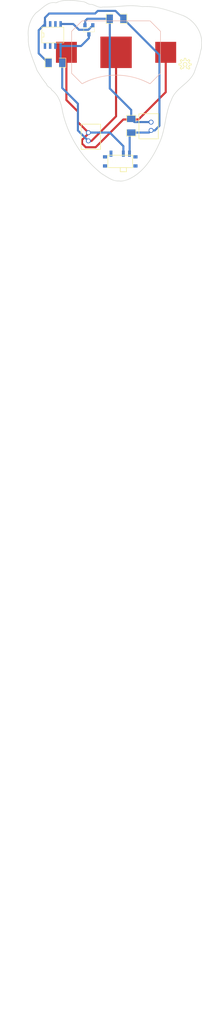
<source format=kicad_pcb>
(kicad_pcb (version 4) (host json2kicad_pcb "2021-02-01 19:08:32")

  (general
    (links 0)
    (no_connects 0)
    (area -98.552 -247.68302 47.74184 60.071)
    (thickness 1.6002)
    (drawings 0)
    (tracks 60)
    (zones 0)
    (modules 12)
    (nets 120)
  )

  (page A3)
  (title_block
    (date "30 dec 2015")
  )

  (layers
  (0 B.Cu signal)
  (1 Inner1.Cu signal)
  (2 Inner2.Cu signal)
  (15 F.Cu signal)
  (20 B.SilkS user)
  (21 F.SilkS user)
  (22 B.Paste user)
  (23 F.Paste user)
  (24 Dwgs.User user)
  (25 Cmts.User user)
  (26 Eco1.User user)
  (27 Eco2.User user)
  (28 Edge.Cuts user)
  (31 B.Cu signal)
  (32 B.Adhes user)
  (33 F.Adhes user)
  (34 B.Paste user)
  (35 F.Paste user)
  (36 B.SilkS user)
  (37 F.SilkS user)
  (38 B.Mask user)
  (39 F.Mask user)
  (40 Dwgs.User user)
  (41 Cmts.User user)
  (42 Eco1.User user)
  (43 Eco2.User user)
  (44 Edge.Cuts user)
  )

  (setup
(last_trace_width 0.254)
    (trace_clearance 0.254)
    (zone_clearance 0.508)
    (zone_45_only no)
    (trace_min 0.254)
    (segment_width 0.2)
    (edge_width 0.1)
    (via_size 1.19888)
    (via_drill 0.635)
    (via_min_size 0.889)
    (via_min_drill 0.508)
    (uvia_size 0.508)
    (uvia_drill 0.127)
    (uvias_allowed no)
    (uvia_min_size 0.508)
    (uvia_min_drill 0.127)
    (pcb_text_width 0.3)
    (pcb_text_size 1.5 1.5)
    (mod_edge_width 0.15)
    (mod_text_size 1 1)
    (mod_text_width 0.15)
    (pad_size 1.5 1.5)
    (pad_drill 0.6)
    (pad_to_mask_clearance 0)
    (aux_axis_origin 0 0)
    (visible_elements 7FFFFFFF)
    (pcbplotparams
      (layerselection 0x00030_80000001)
      (usegerberextensions true)
      (excludeedgelayer true)
      (linewidth 0.150000)
      (plotframeref false)
      (viasonmask false)
      (mode 1)
      (useauxorigin false)
      (hpglpennumber 1)
      (hpglpenspeed 20)
      (hpglpendiameter 15)
      (hpglpenoverlay 2)
      (psnegative false)
      (psa4output false)
      (plotreference true)
      (plotvalue true)
      (plotinvisibletext false)
      (padsonsilk false)
      (subtractmaskfromsilk false)
      (outputformat 1)
      (mirror false)
      (drillshape 1)
      (scaleselection 1)
      (outputdirectory ""))
  )

  (net 0 "")
  (net 1 "N-00001")
  (net 113 "N-00113")
  (net 3 "N-00003")
  (net 4 "N-00004")
  (net 5 "N-00005")
  (net 104 "N-00104")
  (net 103 "N-00103")
  (net 8 "N-00008")
  (net 9 "N-00009")
  (net 10 "N-00010")
  (net 110 "N-00110")
  (net 12 "N-00012")
  (net 13 "N-00013")
  (net 109 "N-00109")
  (net 107 "N-00107")
  (net 108 "N-00108")
  (net 105 "N-00105")
  (net 111 "N-00111")
  (net 19 "N-00019")
  (net 20 "N-00020")
  (net 21 "N-00021")
  (net 22 "N-00022")
  (net 23 "N-00023")
  (net 24 "N-00024")
  (net 25 "N-00025")
  (net 26 "N-00026")
  (net 27 "N-00027")
  (net 28 "N-00028")
  (net 29 "N-00029")
  (net 30 "N-00030")
  (net 31 "N-00031")
  (net 32 "N-00032")
  (net 33 "N-00033")
  (net 34 "N-00034")
  (net 35 "N-00035")
  (net 36 "N-00036")
  (net 37 "N-00037")
  (net 38 "N-00038")
  (net 39 "N-00039")
  (net 40 "N-00040")
  (net 41 "N-00041")
  (net 42 "N-00042")
  (net 43 "N-00043")
  (net 44 "N-00044")
  (net 45 "N-00045")
  (net 46 "N-00046")
  (net 47 "N-00047")
  (net 48 "N-00048")
  (net 49 "N-00049")
  (net 50 "N-00050")
  (net 51 "N-00051")
  (net 52 "N-00052")
  (net 53 "N-00053")
  (net 54 "N-00054")
  (net 55 "N-00055")
  (net 56 "N-00056")
  (net 57 "N-00057")
  (net 58 "N-00058")
  (net 59 "N-00059")
  (net 60 "N-00060")
  (net 61 "N-00061")
  (net 62 "N-00062")
  (net 63 "N-00063")
  (net 118 "N-00118")
  (net 65 "N-00065")
  (net 66 "N-00066")
  (net 67 "N-00067")
  (net 116 "N-00116")
  (net 112 "N-00112")
  (net 117 "N-00117")
  (net 106 "N-00106")
  (net 72 "N-00072")
  (net 73 "N-00073")
  (net 74 "N-00074")
  (net 75 "N-00075")
  (net 76 "N-00076")
  (net 77 "N-00077")
  (net 78 "N-00078")
  (net 79 "N-00079")
  (net 80 "N-00080")
  (net 81 "N-00081")
  (net 82 "N-00082")
  (net 83 "N-00083")
  (net 84 "N-00084")
  (net 85 "N-00085")
  (net 86 "N-00086")
  (net 87 "N-00087")
  (net 88 "N-00088")
  (net 89 "N-00089")
  (net 90 "N-00090")
  (net 91 "N-00091")
  (net 92 "N-00092")
  (net 93 "N-00093")
  (net 94 "N-00094")
  (net 95 "N-00095")
  (net 96 "N-00096")
  (net 97 "N-00097")
  (net 98 "N-00098")
  (net 99 "N-00099")
  (net 100 "N-00100")
  (net 101 "N-00101")
  (net 102 "N-00102")
  (net 134 "N-00134")
  (net 131 "N-00131")
  (net 142 "N-00142")
  (net 143 "N-00143")
  (net 141 "N-00141")
  (net 144 "N-00144")
  (net 140 "N-00140")
  (net 133 "N-00133")
  (net 136 "N-00136")
  (net 128 "N-00128")
  (net 139 "N-00139")
  (net 135 "N-00135")
  (net 145 "N-00145")
  (net 146 "N-00146")
  (net 147 "N-00147")
  (net 151 "N-00151")
  (net 149 "N-00149")

  (net_class Default "This is the default net class."
    (via_dia 1.19888)
    (via_drill 0.635)
    (uvia_drill 0.127)
    (trace_width 0.254)
    (uvia_dia 0.508)
    (clearance 0.254)
    (add_net "")
    (add_net "N-00001")
    (add_net "N-00101")
    (add_net "N-00003")
    (add_net "N-00004")
    (add_net "N-00005")
    (add_net "N-00008")
    (add_net "N-00009")
    (add_net "N-00010")
    (add_net "N-00012")
    (add_net "N-00013")
    (add_net "N-00133")
    (add_net "N-00128")
    (add_net "N-00131")
    (add_net "N-00019")
    (add_net "N-00020")
    (add_net "N-00021")
    (add_net "N-00022")
    (add_net "N-00023")
    (add_net "N-00024")
    (add_net "N-00025")
    (add_net "N-00026")
    (add_net "N-00027")
    (add_net "N-00028")
    (add_net "N-00029")
    (add_net "N-00030")
    (add_net "N-00031")
    (add_net "N-00024")
    (add_net "N-00025")
    (add_net "N-00026")
    (add_net "N-00027")
    (add_net "N-00020")
    (add_net "N-00021")
    (add_net "N-00022")
    (add_net "N-00023")
    (add_net "N-00040")
    (add_net "N-00041")
    (add_net "N-00042")
    (add_net "N-00043")
    (add_net "N-00028")
    (add_net "N-00029")
    (add_net "N-00046")
    (add_net "N-00047")
    (add_net "N-00048")
    (add_net "")
    (add_net "N-00050")
    (add_net "N-00051")
    (add_net "N-00052")
    (add_net "N-00004")
    (add_net "N-00054")
    (add_net "N-00055")
    (add_net "N-00056")
    (add_net "N-00008")
    (add_net "N-00058")
    (add_net "N-00059")
    (add_net "N-00060")
    (add_net "N-00061")
    (add_net "N-00062")
    (add_net "N-00063")
    (add_net "N-00087")
    (add_net "N-00065")
    (add_net "N-00066")
    (add_net "N-00067")
    (add_net "N-00072")
    (add_net "N-00073")
    (add_net "N-00074")
    (add_net "N-00075")
    (add_net "N-00076")
    (add_net "N-00077")
    (add_net "N-00078")
    (add_net "N-00079")
    (add_net "N-00080")
    (add_net "N-00081")
    (add_net "N-00082")
    (add_net "N-00083")
    (add_net "N-00084")
    (add_net "N-00085")
    (add_net "N-00086")
    (add_net "N-00087")
    (add_net "N-00088")
    (add_net "N-00089")
    (add_net "N-00090")
    (add_net "N-00091")
    (add_net "N-00092")
    (add_net "N-00093")
    (add_net "N-00094")
    (add_net "N-00095")
    (add_net "N-00096")
    (add_net "N-00097")
    (add_net "N-00098")
    (add_net "N-00099")
    (add_net "N-00059")
    (add_net "N-00058")
    (add_net "N-00102")
    (add_net "N-00103")
    (add_net "N-00104")
    (add_net "N-00105")
    (add_net "N-00057")
    (add_net "N-00107")
    (add_net "N-00108")
    (add_net "N-00109")
    (add_net "N-00110")
    (add_net "N-00111")
    (add_net "N-00112")
    (add_net "N-00113")
    (add_net "N-00116")
    (add_net "N-00117")
    (add_net "N-00118")
    (add_net "N-00054")
    (add_net "N-00106")
    (add_net "N-00136")
    (add_net "N-00128")
    (add_net "N-00056")
    (add_net "N-00133")
    (add_net "N-00134")
    (add_net "N-00135")
    (add_net "N-00134")
    (add_net "N-00051")
    (add_net "N-00067")
    (add_net "N-00140")
    (add_net "N-00141")
    (add_net "N-00142")
    (add_net "N-00050")
    (add_net "N-00144")
    (add_net "N-00145")
    (add_net "N-00117")
    (add_net "N-00116")
    (add_net "N-00111")
    (add_net "N-00110")
    (add_net "N-00113")
    (add_net "N-00112")
    (add_net "N-00082")
    (add_net "N-00039")
    (add_net "N-00080")
    (add_net "N-00052")
    (add_net "N-00086")
    (add_net "N-00118")
    (add_net "N-00084")
    (add_net "N-00085")
    (add_net "N-00003")
    (add_net "N-00032")
    (add_net "N-00033")
    (add_net "N-00143")
    (add_net "N-00034")
    (add_net "N-00108")
    (add_net "N-00035")
    (add_net "N-00102")
    (add_net "N-00036")
    (add_net "N-00100")
    (add_net "N-00101")
    (add_net "N-00106")
    (add_net "N-00107")
    (add_net "N-00104")
    (add_net "N-00037")
    (add_net "N-00039")
    (add_net "N-00038")
    (add_net "N-00038")
    (add_net "N-00033")
    (add_net "N-00032")
    (add_net "N-00031")
    (add_net "N-00030")
    (add_net "N-00037")
    (add_net "N-00036")
    (add_net "N-00035")
    (add_net "N-00034")
    (add_net "N-00147")
    (add_net "N-00109")
    (add_net "N-00053")
    (add_net "N-00044")
    (add_net "N-00045")
    (add_net "N-00060")
    (add_net "N-00061")
    (add_net "N-00062")
    (add_net "N-00063")
    (add_net "N-00065")
    (add_net "N-00066")
    (add_net "N-00103")
    (add_net "N-00146")
    (add_net "N-00049")
    (add_net "N-00139")
    (add_net "N-00136")
    (add_net "N-00105")
    (add_net "N-00053")
    (add_net "N-00139")
    (add_net "N-00147")
    (add_net "N-00099")
    (add_net "N-00098")
    (add_net "N-00057")
    (add_net "N-00091")
    (add_net "N-00090")
    (add_net "N-00093")
    (add_net "N-00092")
    (add_net "N-00095")
    (add_net "N-00094")
    (add_net "N-00097")
    (add_net "N-00096")
    (add_net "N-00010")
    (add_net "N-00013")
    (add_net "N-00012")
    (add_net "N-00131")
    (add_net "N-00019")
    (add_net "N-00055")
    (add_net "N-00088")
    (add_net "N-00089")
    (add_net "N-00149")
    (add_net "N-00151")
    (add_net "N-00151")
    (add_net "N-00083")
    (add_net "N-00081")
    (add_net "N-00048")
    (add_net "N-00049")
    (add_net "N-00046")
    (add_net "N-00047")
    (add_net "N-00044")
    (add_net "N-00045")
    (add_net "N-00042")
    (add_net "N-00043")
    (add_net "N-00040")
    (add_net "N-00041")
    (add_net "N-00001")
    (add_net "N-00005")
    (add_net "N-00009")
    (add_net "N-00146")
    (add_net "N-00100")
    (add_net "N-00144")
    (add_net "N-00145")
    (add_net "N-00142")
    (add_net "N-00143")
    (add_net "N-00140")
    (add_net "N-00141")
    (add_net "N-00149")
    (add_net "N-00077")
    (add_net "N-00076")
    (add_net "N-00075")
    (add_net "N-00074")
    (add_net "N-00073")
    (add_net "N-00072")
    (add_net "N-00079")
    (add_net "N-00078")
    (add_net "N-00135")
  )
  (module "SO8E"
    (layer "F.Cu")
    (tedit 0)
    (tstamp 0)
    (at -95.123 31.369 0.00)
    (fp_text reference "attiny13"
      (at -0.889 0.0 0.00)
      (layer F.SilkS)
      (effects (font (size 1.143 0.0)
        (thickness 0.0)))
    )
    (fp_text value "VAL**"
      (at 1.016 0.0 0.00)
      (layer F.SilkS)
      (effects (font (size 0.889 0.0)
        (thickness 0.0)))
    )
    (fp_line (start -2.667 1.778) (end -2.667 1.905) (layer F.SilkS) (width 0.127))
    (fp_line (start -2.667 1.905) (end 2.667 1.905) (layer F.SilkS) (width 0.127))
    (fp_line (start 2.667 -1.905) (end -2.667 -1.905) (layer F.SilkS) (width 0.127))
    (fp_line (start -2.667 -1.905) (end -2.667 1.778) (layer F.SilkS) (width 0.127))
    (fp_line (start -2.667 -0.508) (end -2.159 -0.508) (layer F.SilkS) (width 0.127))
    (fp_line (start -2.159 -0.508) (end -2.159 0.508) (layer F.SilkS) (width 0.127))
    (fp_line (start -2.159 0.508) (end -2.667 0.508) (layer F.SilkS) (width 0.127))
    (fp_line (start 2.667 -1.905) (end 2.667 1.905) (layer F.SilkS) (width 0.127))
    (pad 8 smd rect (at -1.905 -2.667 0.00) (size 0.59944 1.39954) (drill 0.0) (layers "F.Cu" "F.Paste") (net 1 N-00001))
    (pad 1 smd rect (at -1.905 2.667 0.00) (size 0.59944 1.39954) (drill 0.0) (layers "F.Cu" "F.Paste") (net 8 N-00008))
    (pad 7 smd rect (at -0.635 -2.667 0.00) (size 0.59944 1.39954) (drill 0.0) (layers "F.Cu" "F.Paste") (net 9 N-00009))
    (pad 6 smd rect (at 0.635 -2.667 0.00) (size 0.59944 1.39954) (drill 0.0) (layers "F.Cu" "F.Paste") (net 10 N-00010))
    (pad 5 smd rect (at 1.905 -2.667 0.00) (size 0.59944 1.39954) (drill 0.0) (layers "F.Cu" "F.Paste") (net 5 N-00005))
    (pad 2 smd rect (at -0.635 2.667 0.00) (size 0.59944 1.39954) (drill 0.0) (layers "F.Cu" "F.Paste") (net 12 N-00012))
    (pad 3 smd rect (at 0.635 2.667 0.00) (size 0.59944 1.39954) (drill 0.0) (layers "F.Cu" "F.Paste") (net 13 N-00013))
    (pad 4 smd rect (at 1.905 2.667 0.00) (size 0.59944 1.39954) (drill 0.0) (layers "F.Cu" "F.Paste") (net 3 N-00003))
  )

  (segment (start -86.36 32.131) (end -86.36 31.242) (width 0.508) (layer F.Cu) (net 3))
  (module "BATT2032"
    (layer "F.Cu")
    (tedit 0)
    (tstamp 0)
    (at -79.756 35.56 -180.00)
    (fp_text reference "bat"
      (at 7.62 0.0 0.00)
      (layer Eco1.User)
      (effects (font (size 1.27 0.0)
        (thickness 0.0)))
    )
    (fp_text value "cr2032"
      (at -9.525 0.0 0.00)
      (layer Eco1.User)
      (effects (font (size 1.27 0.0)
        (thickness 0.0)))
    )
    (fp_line (start -8.255 -7.62) (end -10.795 -5.08) (layer B.SilkS) (width 0.127))
    (fp_line (start -10.795 -5.08) (end -10.795 5.08) (layer B.SilkS) (width 0.127))
    (fp_line (start -10.795 5.08) (end -8.255 7.62) (layer B.SilkS) (width 0.127))
    (fp_line (start -8.255 7.62) (end 8.255 7.62) (layer B.SilkS) (width 0.127))
    (fp_line (start 8.255 7.62) (end 10.795 5.08) (layer B.SilkS) (width 0.127))
    (fp_line (start 10.795 5.08) (end 10.795 -5.08) (layer B.SilkS) (width 0.127))
    (fp_line (start 10.795 -5.08) (end 8.255 -7.62) (layer B.SilkS) (width 0.127))
    (fp_arc (start 0.0 -22.86) (end 8.23215372718 -7.60764706637) (angle 56.80) (layer B.SilkS) (width 0.127))
    (pad V1 smd rect (at -12.065 0.0 -180.00) (size 5.08 5.08) (drill 0.0) (layers "B.Cu" "B.Paste") (net 63 N-00063))
    (pad V2 smd rect (at 12.065 0.0 -180.00) (size 5.08 5.08) (drill 0.0) (layers "B.Cu" "B.Paste") (net 63 N-00063))
    (pad V- smd rect (at 0.0 0.0 -180.00) (size 7.62 7.62) (drill 0.0) (layers "B.Cu" "B.Paste") (net 3 N-00003))
  )

  (module "SM1206"
    (layer "F.Cu")
    (tedit 0)
    (tstamp 0)
    (at -79.629 27.432 -180.00)
    (fp_text reference ".1mF"
      (at 0.0 0.0 0.00)
      (layer F.SilkS)
      (effects (font (size 0.762 0.0)
        (thickness 0.0)))
    )
    (fp_text value "Val**"
      (at 0.0 0.0 0.00)
      (layer F.SilkS)
      (effects (font (size 0.762 0.0)
        (thickness 0.0)))
    )
    (fp_line (start -2.54 -1.143) (end -2.54 1.143) (layer F.SilkS) (width 0.127))
    (fp_line (start -2.54 1.143) (end -0.889 1.143) (layer F.SilkS) (width 0.127))
    (fp_line (start 0.889 -1.143) (end 2.54 -1.143) (layer F.SilkS) (width 0.127))
    (fp_line (start 2.54 -1.143) (end 2.54 1.143) (layer F.SilkS) (width 0.127))
    (fp_line (start 2.54 1.143) (end 0.889 1.143) (layer F.SilkS) (width 0.127))
    (fp_line (start -0.889 -1.143) (end -2.54 -1.143) (layer F.SilkS) (width 0.127))
    (pad 1 smd rect (at -1.651 0.0 -180.00) (size 1.524 2.032) (drill 0.0) (layers "F.Cu" "F.Paste") (net 1 N-00001))
    (pad 2 smd rect (at 1.651 0.0 -180.00) (size 1.524 2.032) (drill 0.0) (layers "F.Cu" "F.Paste") (net 4 N-00004))
  )

  (module "SM1206"
    (layer "F.Cu")
    (tedit 0)
    (tstamp 0)
    (at -76.073 53.34 -90.00)
    (fp_text reference "1n4148"
      (at 0.0 0.0 0.00)
      (layer F.SilkS)
      (effects (font (size 0.762 0.0)
        (thickness 0.0)))
    )
    (fp_text value "Val**"
      (at 0.0 0.0 0.00)
      (layer F.SilkS)
      (effects (font (size 0.762 0.0)
        (thickness 0.0)))
    )
    (fp_line (start -2.54 -1.143) (end -2.54 1.143) (layer F.SilkS) (width 0.127))
    (fp_line (start -2.54 1.143) (end -0.889 1.143) (layer F.SilkS) (width 0.127))
    (fp_line (start 0.889 -1.143) (end 2.54 -1.143) (layer F.SilkS) (width 0.127))
    (fp_line (start 2.54 -1.143) (end 2.54 1.143) (layer F.SilkS) (width 0.127))
    (fp_line (start 2.54 1.143) (end 0.889 1.143) (layer F.SilkS) (width 0.127))
    (fp_line (start -0.889 -1.143) (end -2.54 -1.143) (layer F.SilkS) (width 0.127))
    (pad 1 smd rect (at -1.651 0.0 -90.00) (size 1.524 2.032) (drill 0.0) (layers "F.Cu" "F.Paste") (net 4 N-00004))
    (pad 2 smd rect (at 1.651 0.0 -90.00) (size 1.524 2.032) (drill 0.0) (layers "F.Cu" "F.Paste") (net 1 N-00001))
  )

  (module "SLIDE_SWITCH_SMD"
    (layer "F.Cu")
    (tedit 0)
    (tstamp 0)
    (at -78.74 61.976 0.00)
    (fp_text reference "ref**"
      (at -2.36474 0.0 0.00)
      (layer Eco1.User)
      (effects (font (size 1.27 0.0)
        (thickness 0.0)))
    )
    (fp_text value "val**"
      (at 0.0 0.0 0.00)
      (layer Eco1.User)
      (effects (font (size 0.0 0.0)
        (thickness 0.0)))
    )
    (fp_line (start -2.99974 -1.4986) (end 2.99974 -1.4986) (layer F.SilkS) (width 0.1524))
    (fp_line (start 2.99974 -1.4986) (end 2.99974 1.4986) (layer F.SilkS) (width 0.1524))
    (fp_line (start 2.99974 1.4986) (end 1.4986 1.4986) (layer F.SilkS) (width 0.1524))
    (fp_line (start 1.4986 1.4986) (end 0.0 1.4986) (layer F.SilkS) (width 0.1524))
    (fp_line (start 0.0 1.4986) (end -2.99974 1.4986) (layer F.SilkS) (width 0.1524))
    (fp_line (start -2.99974 1.4986) (end -2.99974 -1.4986) (layer F.SilkS) (width 0.1524))
    (fp_line (start 1.4986 1.4986) (end 1.4986 2.49936) (layer F.SilkS) (width 0.1524))
    (fp_line (start 0.0 1.4986) (end 0.0 2.49936) (layer F.SilkS) (width 0.1524))
    (fp_line (start 0.0 2.49936) (end 1.4986 2.49936) (layer F.SilkS) (width 0.1524))
    (fp_line (start 0.0 2.49936) (end 0.0 1.4986) (layer F.SilkS) (width 0.1524))
    (fp_line (start 0.0 1.4986) (end 1.4986 1.4986) (layer F.SilkS) (width 0.1524))
    (fp_line (start 1.4986 1.4986) (end 1.4986 2.49936) (layer F.SilkS) (width 0.1524))
    (fp_line (start 1.4986 2.49936) (end 0.0 2.49936) (layer F.SilkS) (width 0.1524))
    (pad Hole np_thru_hole circle (at -1.4986 0.0 0.00) (size 0.89916 0.89916) (drill 0.89916) (layers "B.Cu" "Inner1.Cu" "Inner2.Cu" "F.Cu" "F.SilkS" "B.Paste" "F.Paste") (net 56 N-00056))
    (pad Hole np_thru_hole circle (at 1.4986 0.0 0.00) (size 0.89916 0.89916) (drill 0.89916) (layers "B.Cu" "Inner1.Cu" "Inner2.Cu" "F.Cu" "F.SilkS" "B.Paste" "F.Paste") (net 57 N-00057))
    (pad P$1 smd rect (at -3.69824 1.09982 0.00) (size 0.99822 0.79756) (drill 0.0) (layers "F.Cu" "F.Paste") (net 58 N-00058))
    (pad P$2 smd rect (at -3.69824 -1.09982 0.00) (size 0.99822 0.79756) (drill 0.0) (layers "F.Cu" "F.Paste") (net 59 N-00059))
    (pad P$3 smd rect (at 3.69824 -1.09982 0.00) (size 0.99822 0.79756) (drill 0.0) (layers "F.Cu" "F.Paste") (net 60 N-00060))
    (pad P$4 smd rect (at 3.69824 1.09982 0.00) (size 0.99822 0.79756) (drill 0.0) (layers "F.Cu" "F.Paste") (net 61 N-00061))
    (pad NO smd rect (at -2.2479 -1.87452 0.00) (size 0.6985 1.4986) (drill 0.0) (layers "F.Cu" "F.Paste") (net 62 N-00062))
    (pad COM smd rect (at 0.7493 -1.87452 0.00) (size 0.6985 1.4986) (drill 0.0) (layers "F.Cu" "F.Paste") (net 63 N-00063))
    (pad NC smd rect (at 2.2479 -1.87452 0.00) (size 0.6985 1.4986) (drill 0.0) (layers "F.Cu" "F.Paste") (net 1 N-00001))
  )

  (module "OSHW-LOGO-S"
    (layer "F.Cu")
    (tedit 0)
    (tstamp 0)
    (at -62.992 38.481 0.00)
    (fp_text reference "ref**"
      (at 0.0 0.0 0.00)
      (layer Cmts.User)
      (effects (font (size 0.0 0.0)
        (thickness 0.0)))
    )
    (fp_text value "val**"
      (at 0.0 0.0 0.00)
      (layer Eco1.User)
      (effects (font (size 0.0 0.0)
        (thickness 0.0)))
    )
    (fp_arc (start 0.0 0.0) (end 0.3937 0.9525) (angle -9.40) (layer F.SilkS) (width 0.14986))
    (fp_line (start 0.5461 0.87376) (end 0.92202 1.1811) (layer F.SilkS) (width 0.14986))
    (fp_line (start 0.92202 1.1811) (end 1.1811 0.92202) (layer F.SilkS) (width 0.14986))
    (fp_line (start 1.1811 0.92202) (end 0.87376 0.5461) (layer F.SilkS) (width 0.14986))
    (fp_arc (start 0.0 0.0) (end 0.87376 0.5461) (angle -19.00) (layer F.SilkS) (width 0.14986))
    (fp_line (start 1.0033 0.23114) (end 1.48844 0.18034) (layer F.SilkS) (width 0.14986))
    (fp_line (start 1.48844 0.18034) (end 1.48844 -0.18034) (layer F.SilkS) (width 0.14986))
    (fp_line (start 1.48844 -0.18034) (end 1.0033 -0.23114) (layer F.SilkS) (width 0.14986))
    (fp_arc (start 0.0 0.0) (end 1.0033 -0.23114) (angle -19.00) (layer F.SilkS) (width 0.14986))
    (fp_line (start 0.87376 -0.5461) (end 1.1811 -0.92202) (layer F.SilkS) (width 0.14986))
    (fp_line (start 1.1811 -0.92202) (end 0.92202 -1.1811) (layer F.SilkS) (width 0.14986))
    (fp_line (start 0.92202 -1.1811) (end 0.5461 -0.87376) (layer F.SilkS) (width 0.14986))
    (fp_arc (start 0.0 0.0) (end 0.5461 -0.87376) (angle -19.00) (layer F.SilkS) (width 0.14986))
    (fp_line (start 0.23114 -1.0033) (end 0.18034 -1.48844) (layer F.SilkS) (width 0.14986))
    (fp_line (start 0.18034 -1.48844) (end -0.18034 -1.48844) (layer F.SilkS) (width 0.14986))
    (fp_line (start -0.18034 -1.48844) (end -0.23114 -1.0033) (layer F.SilkS) (width 0.14986))
    (fp_arc (start 0.0 0.0) (end -0.23114 -1.0033) (angle -19.00) (layer F.SilkS) (width 0.14986))
    (fp_line (start -0.5461 -0.87376) (end -0.92202 -1.1811) (layer F.SilkS) (width 0.14986))
    (fp_line (start -0.92202 -1.1811) (end -1.1811 -0.92202) (layer F.SilkS) (width 0.14986))
    (fp_line (start -1.1811 -0.92202) (end -0.87376 -0.5461) (layer F.SilkS) (width 0.14986))
    (fp_arc (start 0.0 0.0) (end -0.87376 -0.5461) (angle -19.00) (layer F.SilkS) (width 0.14986))
    (fp_line (start -1.0033 -0.23114) (end -1.48844 -0.18034) (layer F.SilkS) (width 0.14986))
    (fp_line (start -1.48844 -0.18034) (end -1.48844 0.18034) (layer F.SilkS) (width 0.14986))
    (fp_line (start -1.48844 0.18034) (end -1.0033 0.23114) (layer F.SilkS) (width 0.14986))
    (fp_arc (start 0.0 0.0) (end -1.0033 0.23114) (angle -19.00) (layer F.SilkS) (width 0.14986))
    (fp_line (start -0.87376 0.5461) (end -1.1811 0.92202) (layer F.SilkS) (width 0.14986))
    (fp_line (start -1.1811 0.92202) (end -0.92202 1.1811) (layer F.SilkS) (width 0.14986))
    (fp_line (start -0.92202 1.1811) (end -0.5461 0.87376) (layer F.SilkS) (width 0.14986))
    (fp_arc (start 0.0 0.0) (end -0.5461 0.87376) (angle -9.40) (layer F.SilkS) (width 0.14986))
    (fp_line (start -0.3937 0.9525) (end -0.1778 0.4318) (layer F.SilkS) (width 0.14986))
    (fp_arc (start 0.0 0.0) (end -0.1778 0.4318) (angle 67.50) (layer F.SilkS) (width 0.14986))
    (fp_arc (start 0.0 0.0) (end -0.46736 5.7235092805e-17) (angle 247.40) (layer F.SilkS) (width 0.14986))
    (fp_line (start 0.1778 0.4318) (end 0.3937 0.9525) (layer F.SilkS) (width 0.14986))
  )

  (module "custom"
    (layer "F.Cu")
    (tedit 0)
    (tstamp 0)
    (at -106.934 270.51 0.00)
    (fp_text reference "ref"
      (at -1.016 0.0 0.00)
      (layer F.SilkS)
      (effects (font (size 0.508 0.0)
        (thickness 0.0)))
    )
    (fp_text value "val"
      (at 1.016 0.0 0.00)
      (layer F.SilkS)
      (effects (font (size 0.508 0.0)
        (thickness 0.0)))
    )
  )

  (module "CON_JST_2PIN"
    (layer "F.Cu")
    (tedit 0)
    (tstamp 0)
    (at -86.487 56.007 -90.00)
    (fp_text reference "ref**"
      (at 0.0 0.0 0.00)
      (layer Cmts.User)
      (effects (font (size 0.0 0.0)
        (thickness 0.0)))
    )
    (fp_text value "val**"
      (at 0.0 0.0 0.00)
      (layer Eco1.User)
      (effects (font (size 0.0 0.0)
        (thickness 0.0)))
    )
    (fp_line (start -3.048 -2.94894) (end 3.048 -2.94894) (layer F.SilkS) (width 0.1524))
    (fp_line (start 3.048 -2.94894) (end 3.048 1.74752) (layer F.SilkS) (width 0.1524))
    (fp_line (start 3.048 1.74752) (end -3.048 1.74752) (layer F.SilkS) (width 0.1524))
    (fp_line (start -3.048 1.74752) (end -3.048 -2.94894) (layer F.SilkS) (width 0.1524))
    (pad 1 thru_hole oval (at -0.99822 0.0 -90.00) (size 1.19634 1.19634) (drill 0.79756) (layers "B.Cu" "Inner1.Cu" "Inner2.Cu" "F.Cu" "B.Paste" "F.Paste") (net 63 N-00063))
    (pad 2 thru_hole oval (at 0.99822 0.0 -90.00) (size 1.19634 1.19634) (drill 0.79756) (layers "B.Cu" "Inner1.Cu" "Inner2.Cu" "F.Cu" "B.Paste" "F.Paste") (net 3 N-00003))
  )

  (module "CON_JST_2PIN"
    (layer "F.Cu")
    (tedit 0)
    (tstamp 0)
    (at -71.247 53.467 90.00)
    (fp_text reference "ref**"
      (at 0.0 0.0 0.00)
      (layer Cmts.User)
      (effects (font (size 0.0 0.0)
        (thickness 0.0)))
    )
    (fp_text value "val**"
      (at 0.0 0.0 0.00)
      (layer Eco1.User)
      (effects (font (size 0.0 0.0)
        (thickness 0.0)))
    )
    (fp_line (start -3.048 -2.94894) (end 3.048 -2.94894) (layer F.SilkS) (width 0.1524))
    (fp_line (start 3.048 -2.94894) (end 3.048 1.74752) (layer F.SilkS) (width 0.1524))
    (fp_line (start 3.048 1.74752) (end -3.048 1.74752) (layer F.SilkS) (width 0.1524))
    (fp_line (start -3.048 1.74752) (end -3.048 -2.94894) (layer F.SilkS) (width 0.1524))
    (pad 1 thru_hole oval (at -0.99822 0.0 90.00) (size 1.19634 1.19634) (drill 0.79756) (layers "B.Cu" "Inner1.Cu" "Inner2.Cu" "F.Cu" "B.Paste" "F.Paste") (net 1 N-00001))
    (pad 2 thru_hole oval (at 0.99822 0.0 90.00) (size 1.19634 1.19634) (drill 0.79756) (layers "B.Cu" "Inner1.Cu" "Inner2.Cu" "F.Cu" "B.Paste" "F.Paste") (net 4 N-00004))
  )

  (module "SM1206"
    (layer "F.Cu")
    (tedit 0)
    (tstamp 0)
    (at -94.488 38.1 0.00)
    (fp_text reference "C2"
      (at 0.0 0.0 0.00)
      (layer F.SilkS)
      (effects (font (size 0.762 0.0)
        (thickness 0.0)))
    )
    (fp_text value "C"
      (at 0.0 0.0 0.00)
      (layer F.SilkS)
      (effects (font (size 0.762 0.0)
        (thickness 0.0)))
    )
    (fp_line (start -2.54 -1.143) (end -2.54 1.143) (layer F.SilkS) (width 0.127))
    (fp_line (start -2.54 1.143) (end -0.889 1.143) (layer F.SilkS) (width 0.127))
    (fp_line (start 0.889 -1.143) (end 2.54 -1.143) (layer F.SilkS) (width 0.127))
    (fp_line (start 2.54 -1.143) (end 2.54 1.143) (layer F.SilkS) (width 0.127))
    (fp_line (start 2.54 1.143) (end 0.889 1.143) (layer F.SilkS) (width 0.127))
    (fp_line (start -0.889 -1.143) (end -2.54 -1.143) (layer F.SilkS) (width 0.127))
    (pad 1 smd rect (at -1.651 0.0 0.00) (size 1.524 2.032) (drill 0.0) (layers "F.Cu" "F.Paste") (net 1 N-00001))
    (pad 2 smd rect (at 1.651 0.0 0.00) (size 1.524 2.032) (drill 0.0) (layers "F.Cu" "F.Paste") (net 3 N-00003))
  )

  (module "sandtrotter_outline"
    (layer "F.Cu")
    (tedit 0)
    (tstamp 0)
    (at -106.68 270.637 0.00)
    (fp_text reference ""
      (at 0.0 0.0 0.00)
      (layer F.SilkS)
      (effects (font (size 0.0 0.0)
        (thickness 0.0)))
    )
    (fp_text reference ""
      (at 0.0 0.0 0.00)
      (layer F.SilkS)
      (effects (font (size 0.0 0.0)
        (thickness 0.0)))
    )
    (fp_line (start 26.91892 -246.1514) (end 27.04846 -246.16156) (layer Edge.Cuts) (width 0.127))
    (fp_line (start 27.04846 -246.16156) (end 27.178 -246.17172) (layer Edge.Cuts) (width 0.127))
    (fp_line (start 27.178 -246.17172) (end 27.30754 -246.18188) (layer Edge.Cuts) (width 0.127))
    (fp_line (start 27.30754 -246.18188) (end 27.43454 -246.1895) (layer Edge.Cuts) (width 0.127))
    (fp_line (start 27.43454 -246.1895) (end 27.56154 -246.19966) (layer Edge.Cuts) (width 0.127))
    (fp_line (start 27.56154 -246.19966) (end 27.68854 -246.20982) (layer Edge.Cuts) (width 0.127))
    (fp_line (start 27.68854 -246.20982) (end 27.813 -246.21998) (layer Edge.Cuts) (width 0.127))
    (fp_line (start 27.813 -246.21998) (end 27.813 -246.21998) (layer Edge.Cuts) (width 0.127))
    (fp_line (start 27.813 -246.21998) (end 27.93746 -246.23014) (layer Edge.Cuts) (width 0.127))
    (fp_line (start 27.93746 -246.23014) (end 28.06192 -246.2403) (layer Edge.Cuts) (width 0.127))
    (fp_line (start 28.06192 -246.2403) (end 28.18638 -246.25046) (layer Edge.Cuts) (width 0.127))
    (fp_line (start 28.18638 -246.25046) (end 28.3083 -246.26062) (layer Edge.Cuts) (width 0.127))
    (fp_line (start 28.3083 -246.26062) (end 28.43276 -246.26824) (layer Edge.Cuts) (width 0.127))
    (fp_line (start 28.43276 -246.26824) (end 28.55468 -246.2784) (layer Edge.Cuts) (width 0.127))
    (fp_line (start 28.55468 -246.2784) (end 28.6766 -246.28856) (layer Edge.Cuts) (width 0.127))
    (fp_line (start 28.6766 -246.28856) (end 28.79852 -246.29618) (layer Edge.Cuts) (width 0.127))
    (fp_line (start 28.79852 -246.29618) (end 28.92044 -246.3038) (layer Edge.Cuts) (width 0.127))
    (fp_line (start 28.92044 -246.3038) (end 29.04236 -246.31142) (layer Edge.Cuts) (width 0.127))
    (fp_line (start 29.04236 -246.31142) (end 29.16428 -246.31904) (layer Edge.Cuts) (width 0.127))
    (fp_line (start 29.16428 -246.31904) (end 29.2862 -246.32666) (layer Edge.Cuts) (width 0.127))
    (fp_line (start 29.2862 -246.32666) (end 29.40558 -246.33428) (layer Edge.Cuts) (width 0.127))
    (fp_line (start 29.40558 -246.33428) (end 29.5275 -246.33936) (layer Edge.Cuts) (width 0.127))
    (fp_line (start 29.5275 -246.33936) (end 29.64942 -246.34698) (layer Edge.Cuts) (width 0.127))
    (fp_line (start 29.64942 -246.34698) (end 29.77134 -246.35206) (layer Edge.Cuts) (width 0.127))
    (fp_line (start 29.77134 -246.35206) (end 29.89326 -246.3546) (layer Edge.Cuts) (width 0.127))
    (fp_line (start 29.89326 -246.3546) (end 30.01518 -246.35968) (layer Edge.Cuts) (width 0.127))
    (fp_line (start 30.01518 -246.35968) (end 30.1371 -246.36222) (layer Edge.Cuts) (width 0.127))
    (fp_line (start 30.1371 -246.36222) (end 30.25902 -246.36476) (layer Edge.Cuts) (width 0.127))
    (fp_line (start 30.25902 -246.36476) (end 30.38348 -246.3673) (layer Edge.Cuts) (width 0.127))
    (fp_line (start 30.38348 -246.3673) (end 30.50794 -246.3673) (layer Edge.Cuts) (width 0.127))
    (fp_line (start 30.50794 -246.3673) (end 30.62986 -246.3673) (layer Edge.Cuts) (width 0.127))
    (fp_line (start 30.62986 -246.3673) (end 30.75432 -246.3673) (layer Edge.Cuts) (width 0.127))
    (fp_line (start 30.75432 -246.3673) (end 30.87878 -246.36476) (layer Edge.Cuts) (width 0.127))
    (fp_line (start 30.87878 -246.36476) (end 31.00578 -246.36222) (layer Edge.Cuts) (width 0.127))
    (fp_line (start 31.00578 -246.36222) (end 31.13278 -246.35714) (layer Edge.Cuts) (width 0.127))
    (fp_line (start 31.13278 -246.35714) (end 31.25724 -246.35206) (layer Edge.Cuts) (width 0.127))
    (fp_line (start 31.25724 -246.35206) (end 31.38678 -246.34698) (layer Edge.Cuts) (width 0.127))
    (fp_line (start 31.38678 -246.34698) (end 31.51378 -246.33936) (layer Edge.Cuts) (width 0.127))
    (fp_line (start 31.51378 -246.33936) (end 31.64332 -246.33174) (layer Edge.Cuts) (width 0.127))
    (fp_line (start 31.64332 -246.33174) (end 31.77286 -246.32412) (layer Edge.Cuts) (width 0.127))
    (fp_line (start 31.77286 -246.32412) (end 31.90494 -246.31396) (layer Edge.Cuts) (width 0.127))
    (fp_line (start 31.90494 -246.31396) (end 32.03702 -246.30126) (layer Edge.Cuts) (width 0.127))
    (fp_line (start 32.03702 -246.30126) (end 32.1691 -246.28856) (layer Edge.Cuts) (width 0.127))
    (fp_line (start 32.1691 -246.28856) (end 32.30372 -246.27332) (layer Edge.Cuts) (width 0.127))
    (fp_line (start 32.30372 -246.27332) (end 32.44088 -246.25808) (layer Edge.Cuts) (width 0.127))
    (fp_line (start 32.44088 -246.25808) (end 32.5755 -246.24284) (layer Edge.Cuts) (width 0.127))
    (fp_line (start 32.5755 -246.24284) (end 32.7152 -246.22506) (layer Edge.Cuts) (width 0.127))
    (fp_line (start 32.7152 -246.22506) (end 32.85236 -246.20474) (layer Edge.Cuts) (width 0.127))
    (fp_line (start 32.85236 -246.20474) (end 32.99206 -246.18188) (layer Edge.Cuts) (width 0.127))
    (fp_line (start 32.99206 -246.18188) (end 33.1343 -246.16156) (layer Edge.Cuts) (width 0.127))
    (fp_line (start 33.1343 -246.16156) (end 33.274 -246.13616) (layer Edge.Cuts) (width 0.127))
    (fp_line (start 33.274 -246.13616) (end 33.40354 -246.14632) (layer Edge.Cuts) (width 0.127))
    (fp_line (start 33.40354 -246.14632) (end 33.53562 -246.15394) (layer Edge.Cuts) (width 0.127))
    (fp_line (start 33.53562 -246.15394) (end 33.67024 -246.15902) (layer Edge.Cuts) (width 0.127))
    (fp_line (start 33.67024 -246.15902) (end 33.80232 -246.1641) (layer Edge.Cuts) (width 0.127))
    (fp_line (start 33.80232 -246.1641) (end 33.93694 -246.16918) (layer Edge.Cuts) (width 0.127))
    (fp_line (start 33.93694 -246.16918) (end 34.06902 -246.16918) (layer Edge.Cuts) (width 0.127))
    (fp_line (start 34.06902 -246.16918) (end 34.2011 -246.16918) (layer Edge.Cuts) (width 0.127))
    (fp_line (start 34.2011 -246.16918) (end 34.33572 -246.16918) (layer Edge.Cuts) (width 0.127))
    (fp_line (start 34.33572 -246.16918) (end 34.4678 -246.16664) (layer Edge.Cuts) (width 0.127))
    (fp_line (start 34.4678 -246.16664) (end 34.59988 -246.1641) (layer Edge.Cuts) (width 0.127))
    (fp_line (start 34.59988 -246.1641) (end 34.73196 -246.15902) (layer Edge.Cuts) (width 0.127))
    (fp_line (start 34.73196 -246.15902) (end 34.86404 -246.1514) (layer Edge.Cuts) (width 0.127))
    (fp_line (start 34.86404 -246.1514) (end 34.99612 -246.14378) (layer Edge.Cuts) (width 0.127))
    (fp_line (start 34.99612 -246.14378) (end 35.1282 -246.13616) (layer Edge.Cuts) (width 0.127))
    (fp_line (start 35.1282 -246.13616) (end 35.26028 -246.126) (layer Edge.Cuts) (width 0.127))
    (fp_line (start 35.26028 -246.126) (end 35.39236 -246.1133) (layer Edge.Cuts) (width 0.127))
    (fp_line (start 35.39236 -246.1133) (end 35.52444 -246.10314) (layer Edge.Cuts) (width 0.127))
    (fp_line (start 35.52444 -246.10314) (end 35.65652 -246.0879) (layer Edge.Cuts) (width 0.127))
    (fp_line (start 35.65652 -246.0879) (end 35.7886 -246.07266) (layer Edge.Cuts) (width 0.127))
    (fp_line (start 35.7886 -246.07266) (end 35.91814 -246.05742) (layer Edge.Cuts) (width 0.127))
    (fp_line (start 35.91814 -246.05742) (end 36.05022 -246.03964) (layer Edge.Cuts) (width 0.127))
    (fp_line (start 36.05022 -246.03964) (end 36.1823 -246.02186) (layer Edge.Cuts) (width 0.127))
    (fp_line (start 36.1823 -246.02186) (end 36.31184 -246.00408) (layer Edge.Cuts) (width 0.127))
    (fp_line (start 36.31184 -246.00408) (end 36.44392 -245.98376) (layer Edge.Cuts) (width 0.127))
    (fp_line (start 36.44392 -245.98376) (end 36.57346 -245.9609) (layer Edge.Cuts) (width 0.127))
    (fp_line (start 36.57346 -245.9609) (end 36.703 -245.93804) (layer Edge.Cuts) (width 0.127))
    (fp_line (start 36.703 -245.93804) (end 36.83508 -245.91518) (layer Edge.Cuts) (width 0.127))
    (fp_line (start 36.83508 -245.91518) (end 36.96462 -245.89232) (layer Edge.Cuts) (width 0.127))
    (fp_line (start 36.96462 -245.89232) (end 37.09416 -245.86692) (layer Edge.Cuts) (width 0.127))
    (fp_line (start 37.09416 -245.86692) (end 37.22624 -245.84152) (layer Edge.Cuts) (width 0.127))
    (fp_line (start 37.22624 -245.84152) (end 37.35578 -245.81358) (layer Edge.Cuts) (width 0.127))
    (fp_line (start 37.35578 -245.81358) (end 37.48532 -245.78564) (layer Edge.Cuts) (width 0.127))
    (fp_line (start 37.48532 -245.78564) (end 37.61486 -245.7577) (layer Edge.Cuts) (width 0.127))
    (fp_line (start 37.61486 -245.7577) (end 37.7444 -245.72722) (layer Edge.Cuts) (width 0.127))
    (fp_line (start 37.7444 -245.72722) (end 37.87394 -245.69674) (layer Edge.Cuts) (width 0.127))
    (fp_line (start 37.87394 -245.69674) (end 38.00348 -245.66626) (layer Edge.Cuts) (width 0.127))
    (fp_line (start 38.00348 -245.66626) (end 38.13302 -245.63324) (layer Edge.Cuts) (width 0.127))
    (fp_line (start 38.13302 -245.63324) (end 38.26002 -245.60276) (layer Edge.Cuts) (width 0.127))
    (fp_line (start 38.26002 -245.60276) (end 38.38956 -245.5672) (layer Edge.Cuts) (width 0.127))
    (fp_line (start 38.38956 -245.5672) (end 38.5191 -245.53418) (layer Edge.Cuts) (width 0.127))
    (fp_line (start 38.5191 -245.53418) (end 38.64864 -245.49862) (layer Edge.Cuts) (width 0.127))
    (fp_line (start 38.64864 -245.49862) (end 38.77564 -245.46306) (layer Edge.Cuts) (width 0.127))
    (fp_line (start 38.77564 -245.46306) (end 38.90518 -245.4275) (layer Edge.Cuts) (width 0.127))
    (fp_line (start 38.90518 -245.4275) (end 39.03218 -245.39194) (layer Edge.Cuts) (width 0.127))
    (fp_line (start 39.03218 -245.39194) (end 39.16172 -245.35384) (layer Edge.Cuts) (width 0.127))
    (fp_line (start 39.16172 -245.35384) (end 39.28872 -245.31574) (layer Edge.Cuts) (width 0.127))
    (fp_line (start 39.28872 -245.31574) (end 39.41572 -245.27764) (layer Edge.Cuts) (width 0.127))
    (fp_line (start 39.41572 -245.27764) (end 39.54526 -245.23954) (layer Edge.Cuts) (width 0.127))
    (fp_line (start 39.54526 -245.23954) (end 39.67226 -245.20144) (layer Edge.Cuts) (width 0.127))
    (fp_line (start 39.67226 -245.20144) (end 39.79926 -245.1608) (layer Edge.Cuts) (width 0.127))
    (fp_line (start 39.79926 -245.1608) (end 39.92626 -245.12016) (layer Edge.Cuts) (width 0.127))
    (fp_line (start 39.92626 -245.12016) (end 40.05326 -245.07952) (layer Edge.Cuts) (width 0.127))
    (fp_line (start 40.05326 -245.07952) (end 40.18026 -245.03888) (layer Edge.Cuts) (width 0.127))
    (fp_line (start 40.18026 -245.03888) (end 40.30726 -244.99824) (layer Edge.Cuts) (width 0.127))
    (fp_line (start 40.30726 -244.99824) (end 40.43426 -244.95506) (layer Edge.Cuts) (width 0.127))
    (fp_line (start 40.43426 -244.95506) (end 40.56126 -244.91442) (layer Edge.Cuts) (width 0.127))
    (fp_line (start 40.56126 -244.91442) (end 40.68572 -244.87124) (layer Edge.Cuts) (width 0.127))
    (fp_line (start 40.68572 -244.87124) (end 40.81272 -244.82806) (layer Edge.Cuts) (width 0.127))
    (fp_line (start 40.81272 -244.82806) (end 40.93972 -244.78488) (layer Edge.Cuts) (width 0.127))
    (fp_line (start 40.93972 -244.78488) (end 41.06418 -244.7417) (layer Edge.Cuts) (width 0.127))
    (fp_line (start 41.06418 -244.7417) (end 41.19118 -244.69852) (layer Edge.Cuts) (width 0.127))
    (fp_line (start 41.19118 -244.69852) (end 41.31564 -244.65534) (layer Edge.Cuts) (width 0.127))
    (fp_line (start 41.31564 -244.65534) (end 41.44264 -244.60962) (layer Edge.Cuts) (width 0.127))
    (fp_line (start 41.44264 -244.60962) (end 41.5671 -244.56644) (layer Edge.Cuts) (width 0.127))
    (fp_line (start 41.5671 -244.56644) (end 41.69156 -244.52326) (layer Edge.Cuts) (width 0.127))
    (fp_line (start 41.69156 -244.52326) (end 41.81856 -244.47754) (layer Edge.Cuts) (width 0.127))
    (fp_line (start 41.81856 -244.47754) (end 41.94302 -244.43436) (layer Edge.Cuts) (width 0.127))
    (fp_line (start 41.94302 -244.43436) (end 42.06748 -244.38864) (layer Edge.Cuts) (width 0.127))
    (fp_line (start 42.06748 -244.38864) (end 42.19194 -244.34546) (layer Edge.Cuts) (width 0.127))
    (fp_line (start 42.19194 -244.34546) (end 42.3164 -244.29974) (layer Edge.Cuts) (width 0.127))
    (fp_line (start 42.3164 -244.29974) (end 42.44086 -244.25402) (layer Edge.Cuts) (width 0.127))
    (fp_line (start 42.44086 -244.25402) (end 42.56532 -244.21084) (layer Edge.Cuts) (width 0.127))
    (fp_line (start 42.56532 -244.21084) (end 42.68724 -244.16512) (layer Edge.Cuts) (width 0.127))
    (fp_line (start 42.68724 -244.16512) (end 42.8117 -244.12194) (layer Edge.Cuts) (width 0.127))
    (fp_line (start 42.8117 -244.12194) (end 42.8117 -244.12194) (layer Edge.Cuts) (width 0.127))
    (fp_line (start 42.8117 -244.12194) (end 42.93616 -244.07622) (layer Edge.Cuts) (width 0.127))
    (fp_line (start 42.93616 -244.07622) (end 42.93616 -244.07622) (layer Edge.Cuts) (width 0.127))
    (fp_line (start 42.93616 -244.07622) (end 43.05808 -244.03304) (layer Edge.Cuts) (width 0.127))
    (fp_line (start 43.05808 -244.03304) (end 43.18254 -243.98732) (layer Edge.Cuts) (width 0.127))
    (fp_line (start 43.18254 -243.98732) (end 43.307 -243.93398) (layer Edge.Cuts) (width 0.127))
    (fp_line (start 43.307 -243.93398) (end 43.43146 -243.8781) (layer Edge.Cuts) (width 0.127))
    (fp_line (start 43.43146 -243.8781) (end 43.55084 -243.81968) (layer Edge.Cuts) (width 0.127))
    (fp_line (start 43.55084 -243.81968) (end 43.67276 -243.76126) (layer Edge.Cuts) (width 0.127))
    (fp_line (start 43.67276 -243.76126) (end 43.7896 -243.69776) (layer Edge.Cuts) (width 0.127))
    (fp_line (start 43.7896 -243.69776) (end 43.90898 -243.63426) (layer Edge.Cuts) (width 0.127))
    (fp_line (start 43.90898 -243.63426) (end 44.02582 -243.56822) (layer Edge.Cuts) (width 0.127))
    (fp_line (start 44.02582 -243.56822) (end 44.14012 -243.49964) (layer Edge.Cuts) (width 0.127))
    (fp_line (start 44.14012 -243.49964) (end 44.25442 -243.42852) (layer Edge.Cuts) (width 0.127))
    (fp_line (start 44.25442 -243.42852) (end 44.36618 -243.3574) (layer Edge.Cuts) (width 0.127))
    (fp_line (start 44.36618 -243.3574) (end 44.47794 -243.2812) (layer Edge.Cuts) (width 0.127))
    (fp_line (start 44.47794 -243.2812) (end 44.58716 -243.20754) (layer Edge.Cuts) (width 0.127))
    (fp_line (start 44.58716 -243.20754) (end 44.69638 -243.1288) (layer Edge.Cuts) (width 0.127))
    (fp_line (start 44.69638 -243.1288) (end 44.80306 -243.04752) (layer Edge.Cuts) (width 0.127))
    (fp_line (start 44.80306 -243.04752) (end 44.90974 -242.96624) (layer Edge.Cuts) (width 0.127))
    (fp_line (start 44.90974 -242.96624) (end 45.01388 -242.88242) (layer Edge.Cuts) (width 0.127))
    (fp_line (start 45.01388 -242.88242) (end 45.11548 -242.7986) (layer Edge.Cuts) (width 0.127))
    (fp_line (start 45.11548 -242.7986) (end 45.21708 -242.71224) (layer Edge.Cuts) (width 0.127))
    (fp_line (start 45.21708 -242.71224) (end 45.31614 -242.62334) (layer Edge.Cuts) (width 0.127))
    (fp_line (start 45.31614 -242.62334) (end 45.4152 -242.5319) (layer Edge.Cuts) (width 0.127))
    (fp_line (start 45.4152 -242.5319) (end 45.50918 -242.44046) (layer Edge.Cuts) (width 0.127))
    (fp_line (start 45.50918 -242.44046) (end 45.6057 -242.34648) (layer Edge.Cuts) (width 0.127))
    (fp_line (start 45.6057 -242.34648) (end 45.69714 -242.2525) (layer Edge.Cuts) (width 0.127))
    (fp_line (start 45.69714 -242.2525) (end 45.78858 -242.15598) (layer Edge.Cuts) (width 0.127))
    (fp_line (start 45.78858 -242.15598) (end 45.88002 -242.05692) (layer Edge.Cuts) (width 0.127))
    (fp_line (start 45.88002 -242.05692) (end 45.96638 -241.95786) (layer Edge.Cuts) (width 0.127))
    (fp_line (start 45.96638 -241.95786) (end 46.05274 -241.85626) (layer Edge.Cuts) (width 0.127))
    (fp_line (start 46.05274 -241.85626) (end 46.13656 -241.75466) (layer Edge.Cuts) (width 0.127))
    (fp_line (start 46.13656 -241.75466) (end 46.22038 -241.65052) (layer Edge.Cuts) (width 0.127))
    (fp_line (start 46.22038 -241.65052) (end 46.29912 -241.54384) (layer Edge.Cuts) (width 0.127))
    (fp_line (start 46.29912 -241.54384) (end 46.37786 -241.43716) (layer Edge.Cuts) (width 0.127))
    (fp_line (start 46.37786 -241.43716) (end 46.4566 -241.33048) (layer Edge.Cuts) (width 0.127))
    (fp_line (start 46.4566 -241.33048) (end 46.53026 -241.22126) (layer Edge.Cuts) (width 0.127))
    (fp_line (start 46.53026 -241.22126) (end 46.60392 -241.1095) (layer Edge.Cuts) (width 0.127))
    (fp_line (start 46.60392 -241.1095) (end 46.67504 -240.99774) (layer Edge.Cuts) (width 0.127))
    (fp_line (start 46.67504 -240.99774) (end 46.74362 -240.88598) (layer Edge.Cuts) (width 0.127))
    (fp_line (start 46.74362 -240.88598) (end 46.80966 -240.77168) (layer Edge.Cuts) (width 0.127))
    (fp_line (start 46.80966 -240.77168) (end 46.8757 -240.65484) (layer Edge.Cuts) (width 0.127))
    (fp_line (start 46.8757 -240.65484) (end 46.93666 -240.538) (layer Edge.Cuts) (width 0.127))
    (fp_line (start 46.93666 -240.538) (end 46.99762 -240.42116) (layer Edge.Cuts) (width 0.127))
    (fp_line (start 46.99762 -240.42116) (end 47.05604 -240.30178) (layer Edge.Cuts) (width 0.127))
    (fp_line (start 47.05604 -240.30178) (end 47.11192 -240.1824) (layer Edge.Cuts) (width 0.127))
    (fp_line (start 47.11192 -240.1824) (end 47.1678 -240.06302) (layer Edge.Cuts) (width 0.127))
    (fp_line (start 47.1678 -240.06302) (end 47.2186 -239.9411) (layer Edge.Cuts) (width 0.127))
    (fp_line (start 47.2186 -239.9411) (end 47.2694 -239.81664) (layer Edge.Cuts) (width 0.127))
    (fp_line (start 47.2694 -239.81664) (end 47.31512 -239.69472) (layer Edge.Cuts) (width 0.127))
    (fp_line (start 47.31512 -239.69472) (end 47.36084 -239.57026) (layer Edge.Cuts) (width 0.127))
    (fp_line (start 47.36084 -239.57026) (end 47.40402 -239.4458) (layer Edge.Cuts) (width 0.127))
    (fp_line (start 47.40402 -239.4458) (end 47.44212 -239.3188) (layer Edge.Cuts) (width 0.127))
    (fp_line (start 47.44212 -239.3188) (end 47.48022 -239.1918) (layer Edge.Cuts) (width 0.127))
    (fp_line (start 47.48022 -239.1918) (end 47.51578 -239.0648) (layer Edge.Cuts) (width 0.127))
    (fp_line (start 47.51578 -239.0648) (end 47.5488 -238.93526) (layer Edge.Cuts) (width 0.127))
    (fp_line (start 47.5488 -238.93526) (end 47.57928 -238.80572) (layer Edge.Cuts) (width 0.127))
    (fp_line (start 47.57928 -238.80572) (end 47.60722 -238.67618) (layer Edge.Cuts) (width 0.127))
    (fp_line (start 47.60722 -238.67618) (end 47.63262 -238.54664) (layer Edge.Cuts) (width 0.127))
    (fp_line (start 47.63262 -238.54664) (end 47.65548 -238.41456) (layer Edge.Cuts) (width 0.127))
    (fp_line (start 47.65548 -238.41456) (end 47.6758 -238.28248) (layer Edge.Cuts) (width 0.127))
    (fp_line (start 47.6758 -238.28248) (end 47.69358 -238.1504) (layer Edge.Cuts) (width 0.127))
    (fp_line (start 47.69358 -238.1504) (end 47.70882 -238.01832) (layer Edge.Cuts) (width 0.127))
    (fp_line (start 47.70882 -238.01832) (end 47.72152 -237.88624) (layer Edge.Cuts) (width 0.127))
    (fp_line (start 47.72152 -237.88624) (end 47.72914 -237.75162) (layer Edge.Cuts) (width 0.127))
    (fp_line (start 47.72914 -237.75162) (end 47.73676 -237.617) (layer Edge.Cuts) (width 0.127))
    (fp_line (start 47.73676 -237.617) (end 47.74184 -237.48238) (layer Edge.Cuts) (width 0.127))
    (fp_line (start 47.74184 -237.48238) (end 47.74184 -237.34776) (layer Edge.Cuts) (width 0.127))
    (fp_line (start 47.74184 -237.34776) (end 47.74184 -237.21314) (layer Edge.Cuts) (width 0.127))
    (fp_line (start 47.74184 -237.21314) (end 47.73676 -237.07598) (layer Edge.Cuts) (width 0.127))
    (fp_line (start 47.73676 -237.07598) (end 47.72914 -236.94136) (layer Edge.Cuts) (width 0.127))
    (fp_line (start 47.72914 -236.94136) (end 47.71898 -236.80674) (layer Edge.Cuts) (width 0.127))
    (fp_line (start 47.71898 -236.80674) (end 47.72914 -236.65688) (layer Edge.Cuts) (width 0.127))
    (fp_line (start 47.72914 -236.65688) (end 47.7266 -236.50448) (layer Edge.Cuts) (width 0.127))
    (fp_line (start 47.7266 -236.50448) (end 47.71136 -236.35462) (layer Edge.Cuts) (width 0.127))
    (fp_line (start 47.71136 -236.35462) (end 47.6885 -236.20476) (layer Edge.Cuts) (width 0.127))
    (fp_line (start 47.6885 -236.20476) (end 47.65802 -236.05744) (layer Edge.Cuts) (width 0.127))
    (fp_line (start 47.65802 -236.05744) (end 47.62246 -235.91266) (layer Edge.Cuts) (width 0.127))
    (fp_line (start 47.62246 -235.91266) (end 47.58436 -235.77042) (layer Edge.Cuts) (width 0.127))
    (fp_line (start 47.58436 -235.77042) (end 47.54372 -235.63326) (layer Edge.Cuts) (width 0.127))
    (fp_line (start 47.54372 -235.63326) (end 47.50562 -235.50118) (layer Edge.Cuts) (width 0.127))
    (fp_line (start 47.50562 -235.50118) (end 47.4726 -235.37418) (layer Edge.Cuts) (width 0.127))
    (fp_line (start 47.4726 -235.37418) (end 47.44212 -235.2548) (layer Edge.Cuts) (width 0.127))
    (fp_line (start 47.44212 -235.2548) (end 47.41926 -235.1405) (layer Edge.Cuts) (width 0.127))
    (fp_line (start 47.41926 -235.1405) (end 47.40656 -235.03382) (layer Edge.Cuts) (width 0.127))
    (fp_line (start 47.40656 -235.03382) (end 47.40402 -234.92968) (layer Edge.Cuts) (width 0.127))
    (fp_line (start 47.40402 -234.92968) (end 47.3456 -234.7087) (layer Edge.Cuts) (width 0.127))
    (fp_line (start 47.3456 -234.7087) (end 47.29226 -234.51058) (layer Edge.Cuts) (width 0.127))
    (fp_line (start 47.29226 -234.51058) (end 47.244 -234.3277) (layer Edge.Cuts) (width 0.127))
    (fp_line (start 47.244 -234.3277) (end 47.19828 -234.1626) (layer Edge.Cuts) (width 0.127))
    (fp_line (start 47.19828 -234.1626) (end 47.16018 -234.01274) (layer Edge.Cuts) (width 0.127))
    (fp_line (start 47.16018 -234.01274) (end 47.12462 -233.87558) (layer Edge.Cuts) (width 0.127))
    (fp_line (start 47.12462 -233.87558) (end 47.0916 -233.75366) (layer Edge.Cuts) (width 0.127))
    (fp_line (start 47.0916 -233.75366) (end 47.06112 -233.6419) (layer Edge.Cuts) (width 0.127))
    (fp_line (start 47.06112 -233.6419) (end 47.06112 -233.6419) (layer Edge.Cuts) (width 0.127))
    (fp_line (start 47.06112 -233.6419) (end 47.03572 -233.5403) (layer Edge.Cuts) (width 0.127))
    (fp_line (start 47.03572 -233.5403) (end 47.01032 -233.44632) (layer Edge.Cuts) (width 0.127))
    (fp_line (start 47.01032 -233.44632) (end 46.98746 -233.3625) (layer Edge.Cuts) (width 0.127))
    (fp_line (start 46.98746 -233.3625) (end 46.96714 -233.2863) (layer Edge.Cuts) (width 0.127))
    (fp_line (start 46.96714 -233.2863) (end 46.94936 -233.21518) (layer Edge.Cuts) (width 0.127))
    (fp_line (start 46.94936 -233.21518) (end 46.93158 -233.1466) (layer Edge.Cuts) (width 0.127))
    (fp_line (start 46.93158 -233.1466) (end 46.9138 -233.0831) (layer Edge.Cuts) (width 0.127))
    (fp_line (start 46.9138 -233.0831) (end 46.89602 -233.02214) (layer Edge.Cuts) (width 0.127))
    (fp_line (start 46.89602 -233.02214) (end 46.87824 -232.96372) (layer Edge.Cuts) (width 0.127))
    (fp_line (start 46.87824 -232.96372) (end 46.86046 -232.9053) (layer Edge.Cuts) (width 0.127))
    (fp_line (start 46.86046 -232.9053) (end 46.84014 -232.84434) (layer Edge.Cuts) (width 0.127))
    (fp_line (start 46.84014 -232.84434) (end 46.81982 -232.78084) (layer Edge.Cuts) (width 0.127))
    (fp_line (start 46.81982 -232.78084) (end 46.7995 -232.7148) (layer Edge.Cuts) (width 0.127))
    (fp_line (start 46.7995 -232.7148) (end 46.77664 -232.64622) (layer Edge.Cuts) (width 0.127))
    (fp_line (start 46.77664 -232.64622) (end 46.7487 -232.57002) (layer Edge.Cuts) (width 0.127))
    (fp_line (start 46.7487 -232.57002) (end 46.72076 -232.48874) (layer Edge.Cuts) (width 0.127))
    (fp_line (start 46.72076 -232.48874) (end 46.69028 -232.3973) (layer Edge.Cuts) (width 0.127))
    (fp_line (start 46.69028 -232.3973) (end 46.65472 -232.29824) (layer Edge.Cuts) (width 0.127))
    (fp_line (start 46.65472 -232.29824) (end 46.61662 -232.19156) (layer Edge.Cuts) (width 0.127))
    (fp_line (start 46.61662 -232.19156) (end 46.57344 -232.06964) (layer Edge.Cuts) (width 0.127))
    (fp_line (start 46.57344 -232.06964) (end 46.52518 -231.93756) (layer Edge.Cuts) (width 0.127))
    (fp_line (start 46.52518 -231.93756) (end 46.47438 -231.79024) (layer Edge.Cuts) (width 0.127))
    (fp_line (start 46.47438 -231.79024) (end 46.4185 -231.63022) (layer Edge.Cuts) (width 0.127))
    (fp_line (start 46.4185 -231.63022) (end 46.355 -231.45496) (layer Edge.Cuts) (width 0.127))
    (fp_line (start 46.355 -231.45496) (end 46.28642 -231.25938) (layer Edge.Cuts) (width 0.127))
    (fp_line (start 46.28642 -231.25938) (end 46.21276 -231.04856) (layer Edge.Cuts) (width 0.127))
    (fp_line (start 46.21276 -231.04856) (end 46.21276 -231.04856) (layer Edge.Cuts) (width 0.127))
    (fp_line (start 46.21276 -231.04856) (end 46.13148 -230.81742) (layer Edge.Cuts) (width 0.127))
    (fp_line (start 46.13148 -230.81742) (end 46.13148 -230.81742) (layer Edge.Cuts) (width 0.127))
    (fp_line (start 46.13148 -230.81742) (end 46.04258 -230.56596) (layer Edge.Cuts) (width 0.127))
    (fp_line (start 46.04258 -230.56596) (end 45.94606 -230.29164) (layer Edge.Cuts) (width 0.127))
    (fp_line (start 45.94606 -230.29164) (end 45.89272 -230.16464) (layer Edge.Cuts) (width 0.127))
    (fp_line (start 45.89272 -230.16464) (end 45.8343 -230.04272) (layer Edge.Cuts) (width 0.127))
    (fp_line (start 45.8343 -230.04272) (end 45.77588 -229.9208) (layer Edge.Cuts) (width 0.127))
    (fp_line (start 45.77588 -229.9208) (end 45.71238 -229.80142) (layer Edge.Cuts) (width 0.127))
    (fp_line (start 45.71238 -229.80142) (end 45.64634 -229.68458) (layer Edge.Cuts) (width 0.127))
    (fp_line (start 45.64634 -229.68458) (end 45.5803 -229.57028) (layer Edge.Cuts) (width 0.127))
    (fp_line (start 45.5803 -229.57028) (end 45.50918 -229.45852) (layer Edge.Cuts) (width 0.127))
    (fp_line (start 45.50918 -229.45852) (end 45.43806 -229.3493) (layer Edge.Cuts) (width 0.127))
    (fp_line (start 45.43806 -229.3493) (end 45.36186 -229.24008) (layer Edge.Cuts) (width 0.127))
    (fp_line (start 45.36186 -229.24008) (end 45.28566 -229.1334) (layer Edge.Cuts) (width 0.127))
    (fp_line (start 45.28566 -229.1334) (end 45.20692 -229.02926) (layer Edge.Cuts) (width 0.127))
    (fp_line (start 45.20692 -229.02926) (end 45.12564 -228.92512) (layer Edge.Cuts) (width 0.127))
    (fp_line (start 45.12564 -228.92512) (end 45.04436 -228.82352) (layer Edge.Cuts) (width 0.127))
    (fp_line (start 45.04436 -228.82352) (end 44.958 -228.72192) (layer Edge.Cuts) (width 0.127))
    (fp_line (start 44.958 -228.72192) (end 44.87164 -228.62286) (layer Edge.Cuts) (width 0.127))
    (fp_line (start 44.87164 -228.62286) (end 44.78528 -228.52634) (layer Edge.Cuts) (width 0.127))
    (fp_line (start 44.78528 -228.52634) (end 44.69638 -228.42982) (layer Edge.Cuts) (width 0.127))
    (fp_line (start 44.69638 -228.42982) (end 44.60494 -228.33584) (layer Edge.Cuts) (width 0.127))
    (fp_line (start 44.60494 -228.33584) (end 44.5135 -228.24186) (layer Edge.Cuts) (width 0.127))
    (fp_line (start 44.5135 -228.24186) (end 44.41952 -228.14788) (layer Edge.Cuts) (width 0.127))
    (fp_line (start 44.41952 -228.14788) (end 44.32554 -228.05644) (layer Edge.Cuts) (width 0.127))
    (fp_line (start 44.32554 -228.05644) (end 44.23156 -227.965) (layer Edge.Cuts) (width 0.127))
    (fp_line (start 44.23156 -227.965) (end 44.13504 -227.8761) (layer Edge.Cuts) (width 0.127))
    (fp_line (start 44.13504 -227.8761) (end 44.03852 -227.7872) (layer Edge.Cuts) (width 0.127))
    (fp_line (start 44.03852 -227.7872) (end 43.93946 -227.6983) (layer Edge.Cuts) (width 0.127))
    (fp_line (start 43.93946 -227.6983) (end 43.84294 -227.6094) (layer Edge.Cuts) (width 0.127))
    (fp_line (start 43.84294 -227.6094) (end 43.74388 -227.52304) (layer Edge.Cuts) (width 0.127))
    (fp_line (start 43.74388 -227.52304) (end 43.64228 -227.43414) (layer Edge.Cuts) (width 0.127))
    (fp_line (start 43.64228 -227.43414) (end 43.54322 -227.34778) (layer Edge.Cuts) (width 0.127))
    (fp_line (start 43.54322 -227.34778) (end 43.44416 -227.26142) (layer Edge.Cuts) (width 0.127))
    (fp_line (start 43.44416 -227.26142) (end 43.34256 -227.17506) (layer Edge.Cuts) (width 0.127))
    (fp_line (start 43.34256 -227.17506) (end 43.2435 -227.0887) (layer Edge.Cuts) (width 0.127))
    (fp_line (start 43.2435 -227.0887) (end 43.1419 -227.00488) (layer Edge.Cuts) (width 0.127))
    (fp_line (start 43.1419 -227.00488) (end 43.1419 -227.00488) (layer Edge.Cuts) (width 0.127))
    (fp_line (start 43.1419 -227.00488) (end 43.04284 -226.91852) (layer Edge.Cuts) (width 0.127))
    (fp_line (start 43.04284 -226.91852) (end 42.94124 -226.83216) (layer Edge.Cuts) (width 0.127))
    (fp_line (start 42.94124 -226.83216) (end 42.84218 -226.7458) (layer Edge.Cuts) (width 0.127))
    (fp_line (start 42.84218 -226.7458) (end 42.74312 -226.65944) (layer Edge.Cuts) (width 0.127))
    (fp_line (start 42.74312 -226.65944) (end 42.64406 -226.57054) (layer Edge.Cuts) (width 0.127))
    (fp_line (start 42.64406 -226.57054) (end 42.545 -226.48418) (layer Edge.Cuts) (width 0.127))
    (fp_line (start 42.545 -226.48418) (end 42.44848 -226.39782) (layer Edge.Cuts) (width 0.127))
    (fp_line (start 42.44848 -226.39782) (end 42.35196 -226.30892) (layer Edge.Cuts) (width 0.127))
    (fp_line (start 42.35196 -226.30892) (end 42.25544 -226.22002) (layer Edge.Cuts) (width 0.127))
    (fp_line (start 42.25544 -226.22002) (end 42.15892 -226.13112) (layer Edge.Cuts) (width 0.127))
    (fp_line (start 42.15892 -226.13112) (end 42.06494 -226.03968) (layer Edge.Cuts) (width 0.127))
    (fp_line (start 42.06494 -226.03968) (end 41.97096 -225.94824) (layer Edge.Cuts) (width 0.127))
    (fp_line (start 41.97096 -225.94824) (end 41.87952 -225.8568) (layer Edge.Cuts) (width 0.127))
    (fp_line (start 41.87952 -225.8568) (end 41.78808 -225.76282) (layer Edge.Cuts) (width 0.127))
    (fp_line (start 41.78808 -225.76282) (end 41.69918 -225.66884) (layer Edge.Cuts) (width 0.127))
    (fp_line (start 41.69918 -225.66884) (end 41.61282 -225.57232) (layer Edge.Cuts) (width 0.127))
    (fp_line (start 41.61282 -225.57232) (end 41.52646 -225.4758) (layer Edge.Cuts) (width 0.127))
    (fp_line (start 41.52646 -225.4758) (end 41.4401 -225.37928) (layer Edge.Cuts) (width 0.127))
    (fp_line (start 41.4401 -225.37928) (end 41.35882 -225.28022) (layer Edge.Cuts) (width 0.127))
    (fp_line (start 41.35882 -225.28022) (end 41.27754 -225.17862) (layer Edge.Cuts) (width 0.127))
    (fp_line (start 41.27754 -225.17862) (end 41.1988 -225.07702) (layer Edge.Cuts) (width 0.127))
    (fp_line (start 41.1988 -225.07702) (end 41.12006 -224.97288) (layer Edge.Cuts) (width 0.127))
    (fp_line (start 41.12006 -224.97288) (end 41.0464 -224.86874) (layer Edge.Cuts) (width 0.127))
    (fp_line (start 41.0464 -224.86874) (end 40.97274 -224.75952) (layer Edge.Cuts) (width 0.127))
    (fp_line (start 40.97274 -224.75952) (end 40.90162 -224.6503) (layer Edge.Cuts) (width 0.127))
    (fp_line (start 40.90162 -224.6503) (end 40.83304 -224.54108) (layer Edge.Cuts) (width 0.127))
    (fp_line (start 40.83304 -224.54108) (end 40.767 -224.42678) (layer Edge.Cuts) (width 0.127))
    (fp_line (start 40.767 -224.42678) (end 40.70604 -224.31248) (layer Edge.Cuts) (width 0.127))
    (fp_line (start 40.70604 -224.31248) (end 40.64508 -224.19564) (layer Edge.Cuts) (width 0.127))
    (fp_line (start 40.64508 -224.19564) (end 40.58666 -224.07626) (layer Edge.Cuts) (width 0.127))
    (fp_line (start 40.58666 -224.07626) (end 40.53078 -223.95434) (layer Edge.Cuts) (width 0.127))
    (fp_line (start 40.53078 -223.95434) (end 40.47998 -223.82988) (layer Edge.Cuts) (width 0.127))
    (fp_line (start 40.47998 -223.82988) (end 40.42918 -223.70288) (layer Edge.Cuts) (width 0.127))
    (fp_line (start 40.42918 -223.70288) (end 40.38346 -223.57334) (layer Edge.Cuts) (width 0.127))
    (fp_line (start 40.38346 -223.57334) (end 40.32504 -223.45142) (layer Edge.Cuts) (width 0.127))
    (fp_line (start 40.32504 -223.45142) (end 40.26916 -223.33204) (layer Edge.Cuts) (width 0.127))
    (fp_line (start 40.26916 -223.33204) (end 40.21582 -223.21012) (layer Edge.Cuts) (width 0.127))
    (fp_line (start 40.21582 -223.21012) (end 40.16248 -223.0882) (layer Edge.Cuts) (width 0.127))
    (fp_line (start 40.16248 -223.0882) (end 40.11168 -222.96628) (layer Edge.Cuts) (width 0.127))
    (fp_line (start 40.11168 -222.96628) (end 40.06342 -222.84436) (layer Edge.Cuts) (width 0.127))
    (fp_line (start 40.06342 -222.84436) (end 40.01516 -222.72244) (layer Edge.Cuts) (width 0.127))
    (fp_line (start 40.01516 -222.72244) (end 39.9669 -222.60052) (layer Edge.Cuts) (width 0.127))
    (fp_line (start 39.9669 -222.60052) (end 39.92118 -222.47606) (layer Edge.Cuts) (width 0.127))
    (fp_line (start 39.92118 -222.47606) (end 39.87546 -222.35414) (layer Edge.Cuts) (width 0.127))
    (fp_line (start 39.87546 -222.35414) (end 39.83228 -222.22968) (layer Edge.Cuts) (width 0.127))
    (fp_line (start 39.83228 -222.22968) (end 39.79164 -222.10522) (layer Edge.Cuts) (width 0.127))
    (fp_line (start 39.79164 -222.10522) (end 39.751 -221.98076) (layer Edge.Cuts) (width 0.127))
    (fp_line (start 39.751 -221.98076) (end 39.71036 -221.8563) (layer Edge.Cuts) (width 0.127))
    (fp_line (start 39.71036 -221.8563) (end 39.66972 -221.7293) (layer Edge.Cuts) (width 0.127))
    (fp_line (start 39.66972 -221.7293) (end 39.63416 -221.60484) (layer Edge.Cuts) (width 0.127))
    (fp_line (start 39.63416 -221.60484) (end 39.59606 -221.47784) (layer Edge.Cuts) (width 0.127))
    (fp_line (start 39.59606 -221.47784) (end 39.5605 -221.35084) (layer Edge.Cuts) (width 0.127))
    (fp_line (start 39.5605 -221.35084) (end 39.52494 -221.22638) (layer Edge.Cuts) (width 0.127))
    (fp_line (start 39.52494 -221.22638) (end 39.48938 -221.09938) (layer Edge.Cuts) (width 0.127))
    (fp_line (start 39.48938 -221.09938) (end 39.45636 -220.97238) (layer Edge.Cuts) (width 0.127))
    (fp_line (start 39.45636 -220.97238) (end 39.42334 -220.84538) (layer Edge.Cuts) (width 0.127))
    (fp_line (start 39.42334 -220.84538) (end 39.39286 -220.71838) (layer Edge.Cuts) (width 0.127))
    (fp_line (start 39.39286 -220.71838) (end 39.36238 -220.58884) (layer Edge.Cuts) (width 0.127))
    (fp_line (start 39.36238 -220.58884) (end 39.3319 -220.46184) (layer Edge.Cuts) (width 0.127))
    (fp_line (start 39.3319 -220.46184) (end 39.30142 -220.33484) (layer Edge.Cuts) (width 0.127))
    (fp_line (start 39.30142 -220.33484) (end 39.27094 -220.2053) (layer Edge.Cuts) (width 0.127))
    (fp_line (start 39.27094 -220.2053) (end 39.243 -220.0783) (layer Edge.Cuts) (width 0.127))
    (fp_line (start 39.243 -220.0783) (end 39.21506 -219.94876) (layer Edge.Cuts) (width 0.127))
    (fp_line (start 39.21506 -219.94876) (end 39.18712 -219.81922) (layer Edge.Cuts) (width 0.127))
    (fp_line (start 39.18712 -219.81922) (end 39.15918 -219.69222) (layer Edge.Cuts) (width 0.127))
    (fp_line (start 39.15918 -219.69222) (end 39.13378 -219.56268) (layer Edge.Cuts) (width 0.127))
    (fp_line (start 39.13378 -219.56268) (end 39.10584 -219.43314) (layer Edge.Cuts) (width 0.127))
    (fp_line (start 39.10584 -219.43314) (end 39.08044 -219.3036) (layer Edge.Cuts) (width 0.127))
    (fp_line (start 39.08044 -219.3036) (end 39.05504 -219.17406) (layer Edge.Cuts) (width 0.127))
    (fp_line (start 39.05504 -219.17406) (end 39.02964 -219.04452) (layer Edge.Cuts) (width 0.127))
    (fp_line (start 39.02964 -219.04452) (end 39.00424 -218.91498) (layer Edge.Cuts) (width 0.127))
    (fp_line (start 39.00424 -218.91498) (end 38.97884 -218.78544) (layer Edge.Cuts) (width 0.127))
    (fp_line (start 38.97884 -218.78544) (end 38.97884 -218.78544) (layer Edge.Cuts) (width 0.127))
    (fp_line (start 38.97884 -218.78544) (end 38.95344 -218.6559) (layer Edge.Cuts) (width 0.127))
    (fp_line (start 38.95344 -218.6559) (end 38.92804 -218.52636) (layer Edge.Cuts) (width 0.127))
    (fp_line (start 38.92804 -218.52636) (end 38.90518 -218.39682) (layer Edge.Cuts) (width 0.127))
    (fp_line (start 38.90518 -218.39682) (end 38.87978 -218.26728) (layer Edge.Cuts) (width 0.127))
    (fp_line (start 38.87978 -218.26728) (end 38.85438 -218.13774) (layer Edge.Cuts) (width 0.127))
    (fp_line (start 38.85438 -218.13774) (end 38.82898 -218.0082) (layer Edge.Cuts) (width 0.127))
    (fp_line (start 38.82898 -218.0082) (end 38.80612 -217.87866) (layer Edge.Cuts) (width 0.127))
    (fp_line (start 38.80612 -217.87866) (end 38.78072 -217.74658) (layer Edge.Cuts) (width 0.127))
    (fp_line (start 38.78072 -217.74658) (end 38.75532 -217.61704) (layer Edge.Cuts) (width 0.127))
    (fp_line (start 38.75532 -217.61704) (end 38.72992 -217.4875) (layer Edge.Cuts) (width 0.127))
    (fp_line (start 38.72992 -217.4875) (end 38.70452 -217.35796) (layer Edge.Cuts) (width 0.127))
    (fp_line (start 38.70452 -217.35796) (end 38.67912 -217.22842) (layer Edge.Cuts) (width 0.127))
    (fp_line (start 38.67912 -217.22842) (end 38.65118 -217.09888) (layer Edge.Cuts) (width 0.127))
    (fp_line (start 38.65118 -217.09888) (end 38.62578 -216.96934) (layer Edge.Cuts) (width 0.127))
    (fp_line (start 38.62578 -216.96934) (end 38.59784 -216.8398) (layer Edge.Cuts) (width 0.127))
    (fp_line (start 38.59784 -216.8398) (end 38.57244 -216.71026) (layer Edge.Cuts) (width 0.127))
    (fp_line (start 38.57244 -216.71026) (end 38.5445 -216.58326) (layer Edge.Cuts) (width 0.127))
    (fp_line (start 38.5445 -216.58326) (end 38.51402 -216.45372) (layer Edge.Cuts) (width 0.127))
    (fp_line (start 38.51402 -216.45372) (end 38.48608 -216.32418) (layer Edge.Cuts) (width 0.127))
    (fp_line (start 38.48608 -216.32418) (end 38.45814 -216.19464) (layer Edge.Cuts) (width 0.127))
    (fp_line (start 38.45814 -216.19464) (end 38.42766 -216.06764) (layer Edge.Cuts) (width 0.127))
    (fp_line (start 38.42766 -216.06764) (end 38.39718 -215.9381) (layer Edge.Cuts) (width 0.127))
    (fp_line (start 38.39718 -215.9381) (end 38.36416 -215.8111) (layer Edge.Cuts) (width 0.127))
    (fp_line (start 38.36416 -215.8111) (end 38.33368 -215.68156) (layer Edge.Cuts) (width 0.127))
    (fp_line (start 38.33368 -215.68156) (end 38.30066 -215.55456) (layer Edge.Cuts) (width 0.127))
    (fp_line (start 38.30066 -215.55456) (end 38.26764 -215.42756) (layer Edge.Cuts) (width 0.127))
    (fp_line (start 38.26764 -215.42756) (end 38.23208 -215.30056) (layer Edge.Cuts) (width 0.127))
    (fp_line (start 38.23208 -215.30056) (end 38.19652 -215.17102) (layer Edge.Cuts) (width 0.127))
    (fp_line (start 38.19652 -215.17102) (end 38.16096 -215.04402) (layer Edge.Cuts) (width 0.127))
    (fp_line (start 38.16096 -215.04402) (end 38.12286 -214.91956) (layer Edge.Cuts) (width 0.127))
    (fp_line (start 38.12286 -214.91956) (end 38.08476 -214.79256) (layer Edge.Cuts) (width 0.127))
    (fp_line (start 38.08476 -214.79256) (end 38.04666 -214.66556) (layer Edge.Cuts) (width 0.127))
    (fp_line (start 38.04666 -214.66556) (end 38.00602 -214.5411) (layer Edge.Cuts) (width 0.127))
    (fp_line (start 38.00602 -214.5411) (end 37.96538 -214.4141) (layer Edge.Cuts) (width 0.127))
    (fp_line (start 37.96538 -214.4141) (end 37.9222 -214.28964) (layer Edge.Cuts) (width 0.127))
    (fp_line (start 37.9222 -214.28964) (end 37.87902 -214.16518) (layer Edge.Cuts) (width 0.127))
    (fp_line (start 37.87902 -214.16518) (end 37.8333 -214.04072) (layer Edge.Cuts) (width 0.127))
    (fp_line (start 37.8333 -214.04072) (end 37.78758 -213.91626) (layer Edge.Cuts) (width 0.127))
    (fp_line (start 37.78758 -213.91626) (end 37.73932 -213.7918) (layer Edge.Cuts) (width 0.127))
    (fp_line (start 37.73932 -213.7918) (end 37.69106 -213.66734) (layer Edge.Cuts) (width 0.127))
    (fp_line (start 37.69106 -213.66734) (end 37.6428 -213.54542) (layer Edge.Cuts) (width 0.127))
    (fp_line (start 37.6428 -213.54542) (end 37.58946 -213.42096) (layer Edge.Cuts) (width 0.127))
    (fp_line (start 37.58946 -213.42096) (end 37.53612 -213.29904) (layer Edge.Cuts) (width 0.127))
    (fp_line (start 37.53612 -213.29904) (end 37.48278 -213.17712) (layer Edge.Cuts) (width 0.127))
    (fp_line (start 37.48278 -213.17712) (end 37.4269 -213.0552) (layer Edge.Cuts) (width 0.127))
    (fp_line (start 37.4269 -213.0552) (end 37.36848 -212.93582) (layer Edge.Cuts) (width 0.127))
    (fp_line (start 37.36848 -212.93582) (end 37.31514 -212.81644) (layer Edge.Cuts) (width 0.127))
    (fp_line (start 37.31514 -212.81644) (end 37.2618 -212.6996) (layer Edge.Cuts) (width 0.127))
    (fp_line (start 37.2618 -212.6996) (end 37.20846 -212.58276) (layer Edge.Cuts) (width 0.127))
    (fp_line (start 37.20846 -212.58276) (end 37.15258 -212.46338) (layer Edge.Cuts) (width 0.127))
    (fp_line (start 37.15258 -212.46338) (end 37.0967 -212.34654) (layer Edge.Cuts) (width 0.127))
    (fp_line (start 37.0967 -212.34654) (end 37.04082 -212.2297) (layer Edge.Cuts) (width 0.127))
    (fp_line (start 37.04082 -212.2297) (end 36.9824 -212.11032) (layer Edge.Cuts) (width 0.127))
    (fp_line (start 36.9824 -212.11032) (end 36.92652 -211.99348) (layer Edge.Cuts) (width 0.127))
    (fp_line (start 36.92652 -211.99348) (end 36.8681 -211.87664) (layer Edge.Cuts) (width 0.127))
    (fp_line (start 36.8681 -211.87664) (end 36.80968 -211.7598) (layer Edge.Cuts) (width 0.127))
    (fp_line (start 36.80968 -211.7598) (end 36.74872 -211.64042) (layer Edge.Cuts) (width 0.127))
    (fp_line (start 36.74872 -211.64042) (end 36.6903 -211.52358) (layer Edge.Cuts) (width 0.127))
    (fp_line (start 36.6903 -211.52358) (end 36.62934 -211.40674) (layer Edge.Cuts) (width 0.127))
    (fp_line (start 36.62934 -211.40674) (end 36.56838 -211.2899) (layer Edge.Cuts) (width 0.127))
    (fp_line (start 36.56838 -211.2899) (end 36.50742 -211.17306) (layer Edge.Cuts) (width 0.127))
    (fp_line (start 36.50742 -211.17306) (end 36.44392 -211.05622) (layer Edge.Cuts) (width 0.127))
    (fp_line (start 36.44392 -211.05622) (end 36.38042 -210.93938) (layer Edge.Cuts) (width 0.127))
    (fp_line (start 36.38042 -210.93938) (end 36.31692 -210.82254) (layer Edge.Cuts) (width 0.127))
    (fp_line (start 36.31692 -210.82254) (end 36.25342 -210.70824) (layer Edge.Cuts) (width 0.127))
    (fp_line (start 36.25342 -210.70824) (end 36.18738 -210.5914) (layer Edge.Cuts) (width 0.127))
    (fp_line (start 36.18738 -210.5914) (end 36.12134 -210.4771) (layer Edge.Cuts) (width 0.127))
    (fp_line (start 36.12134 -210.4771) (end 36.0553 -210.36026) (layer Edge.Cuts) (width 0.127))
    (fp_line (start 36.0553 -210.36026) (end 35.98926 -210.24596) (layer Edge.Cuts) (width 0.127))
    (fp_line (start 35.98926 -210.24596) (end 35.92322 -210.13166) (layer Edge.Cuts) (width 0.127))
    (fp_line (start 35.92322 -210.13166) (end 35.85464 -210.01736) (layer Edge.Cuts) (width 0.127))
    (fp_line (start 35.85464 -210.01736) (end 35.78606 -209.90306) (layer Edge.Cuts) (width 0.127))
    (fp_line (start 35.78606 -209.90306) (end 35.71494 -209.7913) (layer Edge.Cuts) (width 0.127))
    (fp_line (start 35.71494 -209.7913) (end 35.64382 -209.677) (layer Edge.Cuts) (width 0.127))
    (fp_line (start 35.64382 -209.677) (end 35.57524 -209.56524) (layer Edge.Cuts) (width 0.127))
    (fp_line (start 35.57524 -209.56524) (end 35.50158 -209.45348) (layer Edge.Cuts) (width 0.127))
    (fp_line (start 35.50158 -209.45348) (end 35.43046 -209.34172) (layer Edge.Cuts) (width 0.127))
    (fp_line (start 35.43046 -209.34172) (end 35.3568 -209.22996) (layer Edge.Cuts) (width 0.127))
    (fp_line (start 35.3568 -209.22996) (end 35.28314 -209.1182) (layer Edge.Cuts) (width 0.127))
    (fp_line (start 35.28314 -209.1182) (end 35.20948 -209.00898) (layer Edge.Cuts) (width 0.127))
    (fp_line (start 35.20948 -209.00898) (end 35.13328 -208.89976) (layer Edge.Cuts) (width 0.127))
    (fp_line (start 35.13328 -208.89976) (end 35.05708 -208.79054) (layer Edge.Cuts) (width 0.127))
    (fp_line (start 35.05708 -208.79054) (end 34.98088 -208.68132) (layer Edge.Cuts) (width 0.127))
    (fp_line (start 34.98088 -208.68132) (end 34.90214 -208.57464) (layer Edge.Cuts) (width 0.127))
    (fp_line (start 34.90214 -208.57464) (end 34.82594 -208.46542) (layer Edge.Cuts) (width 0.127))
    (fp_line (start 34.82594 -208.46542) (end 34.7472 -208.35874) (layer Edge.Cuts) (width 0.127))
    (fp_line (start 34.7472 -208.35874) (end 34.66592 -208.2546) (layer Edge.Cuts) (width 0.127))
    (fp_line (start 34.66592 -208.2546) (end 34.58464 -208.14792) (layer Edge.Cuts) (width 0.127))
    (fp_line (start 34.58464 -208.14792) (end 34.50336 -208.04378) (layer Edge.Cuts) (width 0.127))
    (fp_line (start 34.50336 -208.04378) (end 34.42208 -207.93964) (layer Edge.Cuts) (width 0.127))
    (fp_line (start 34.42208 -207.93964) (end 34.3408 -207.8355) (layer Edge.Cuts) (width 0.127))
    (fp_line (start 34.3408 -207.8355) (end 34.25698 -207.7339) (layer Edge.Cuts) (width 0.127))
    (fp_line (start 34.25698 -207.7339) (end 34.17062 -207.6323) (layer Edge.Cuts) (width 0.127))
    (fp_line (start 34.17062 -207.6323) (end 34.0868 -207.5307) (layer Edge.Cuts) (width 0.127))
    (fp_line (start 34.0868 -207.5307) (end 34.00044 -207.43164) (layer Edge.Cuts) (width 0.127))
    (fp_line (start 34.00044 -207.43164) (end 33.91408 -207.33004) (layer Edge.Cuts) (width 0.127))
    (fp_line (start 33.91408 -207.33004) (end 33.82518 -207.23352) (layer Edge.Cuts) (width 0.127))
    (fp_line (start 33.82518 -207.23352) (end 33.73628 -207.13446) (layer Edge.Cuts) (width 0.127))
    (fp_line (start 33.73628 -207.13446) (end 33.64738 -207.03794) (layer Edge.Cuts) (width 0.127))
    (fp_line (start 33.64738 -207.03794) (end 33.55848 -206.94142) (layer Edge.Cuts) (width 0.127))
    (fp_line (start 33.55848 -206.94142) (end 33.46704 -206.84744) (layer Edge.Cuts) (width 0.127))
    (fp_line (start 33.46704 -206.84744) (end 33.3756 -206.75346) (layer Edge.Cuts) (width 0.127))
    (fp_line (start 33.3756 -206.75346) (end 33.28162 -206.65948) (layer Edge.Cuts) (width 0.127))
    (fp_line (start 33.28162 -206.65948) (end 33.18764 -206.56804) (layer Edge.Cuts) (width 0.127))
    (fp_line (start 33.18764 -206.56804) (end 33.09366 -206.4766) (layer Edge.Cuts) (width 0.127))
    (fp_line (start 33.09366 -206.4766) (end 32.99968 -206.38516) (layer Edge.Cuts) (width 0.127))
    (fp_line (start 32.99968 -206.38516) (end 32.90316 -206.29626) (layer Edge.Cuts) (width 0.127))
    (fp_line (start 32.90316 -206.29626) (end 32.80664 -206.20736) (layer Edge.Cuts) (width 0.127))
    (fp_line (start 32.80664 -206.20736) (end 32.70758 -206.121) (layer Edge.Cuts) (width 0.127))
    (fp_line (start 32.70758 -206.121) (end 32.60852 -206.03464) (layer Edge.Cuts) (width 0.127))
    (fp_line (start 32.60852 -206.03464) (end 32.50946 -205.95082) (layer Edge.Cuts) (width 0.127))
    (fp_line (start 32.50946 -205.95082) (end 32.40786 -205.867) (layer Edge.Cuts) (width 0.127))
    (fp_line (start 32.40786 -205.867) (end 32.30626 -205.78318) (layer Edge.Cuts) (width 0.127))
    (fp_line (start 32.30626 -205.78318) (end 32.20466 -205.7019) (layer Edge.Cuts) (width 0.127))
    (fp_line (start 32.20466 -205.7019) (end 32.10052 -205.62062) (layer Edge.Cuts) (width 0.127))
    (fp_line (start 32.10052 -205.62062) (end 31.99638 -205.54188) (layer Edge.Cuts) (width 0.127))
    (fp_line (start 31.99638 -205.54188) (end 31.89224 -205.46314) (layer Edge.Cuts) (width 0.127))
    (fp_line (start 31.89224 -205.46314) (end 31.78556 -205.38694) (layer Edge.Cuts) (width 0.127))
    (fp_line (start 31.78556 -205.38694) (end 31.67888 -205.31074) (layer Edge.Cuts) (width 0.127))
    (fp_line (start 31.67888 -205.31074) (end 31.56966 -205.23708) (layer Edge.Cuts) (width 0.127))
    (fp_line (start 31.56966 -205.23708) (end 31.46298 -205.16342) (layer Edge.Cuts) (width 0.127))
    (fp_line (start 31.46298 -205.16342) (end 31.35122 -205.0923) (layer Edge.Cuts) (width 0.127))
    (fp_line (start 31.35122 -205.0923) (end 31.242 -205.02118) (layer Edge.Cuts) (width 0.127))
    (fp_line (start 31.242 -205.02118) (end 31.13024 -204.9526) (layer Edge.Cuts) (width 0.127))
    (fp_line (start 31.13024 -204.9526) (end 31.01594 -204.88656) (layer Edge.Cuts) (width 0.127))
    (fp_line (start 31.01594 -204.88656) (end 30.90164 -204.81798) (layer Edge.Cuts) (width 0.127))
    (fp_line (start 30.90164 -204.81798) (end 30.78734 -204.75448) (layer Edge.Cuts) (width 0.127))
    (fp_line (start 30.78734 -204.75448) (end 30.67304 -204.69098) (layer Edge.Cuts) (width 0.127))
    (fp_line (start 30.67304 -204.69098) (end 30.5562 -204.62748) (layer Edge.Cuts) (width 0.127))
    (fp_line (start 30.5562 -204.62748) (end 30.43682 -204.56652) (layer Edge.Cuts) (width 0.127))
    (fp_line (start 30.43682 -204.56652) (end 30.31998 -204.5081) (layer Edge.Cuts) (width 0.127))
    (fp_line (start 30.31998 -204.5081) (end 30.19806 -204.44968) (layer Edge.Cuts) (width 0.127))
    (fp_line (start 30.19806 -204.44968) (end 30.07868 -204.3938) (layer Edge.Cuts) (width 0.127))
    (fp_line (start 30.07868 -204.3938) (end 29.95676 -204.34046) (layer Edge.Cuts) (width 0.127))
    (fp_line (start 29.95676 -204.34046) (end 29.83484 -204.28712) (layer Edge.Cuts) (width 0.127))
    (fp_line (start 29.83484 -204.28712) (end 29.70784 -204.23378) (layer Edge.Cuts) (width 0.127))
    (fp_line (start 29.70784 -204.23378) (end 29.58338 -204.19568) (layer Edge.Cuts) (width 0.127))
    (fp_line (start 29.58338 -204.19568) (end 29.45892 -204.15758) (layer Edge.Cuts) (width 0.127))
    (fp_line (start 29.45892 -204.15758) (end 29.33446 -204.11948) (layer Edge.Cuts) (width 0.127))
    (fp_line (start 29.33446 -204.11948) (end 29.20492 -204.08138) (layer Edge.Cuts) (width 0.127))
    (fp_line (start 29.20492 -204.08138) (end 29.07792 -204.04582) (layer Edge.Cuts) (width 0.127))
    (fp_line (start 29.07792 -204.04582) (end 28.94584 -204.0128) (layer Edge.Cuts) (width 0.127))
    (fp_line (start 28.94584 -204.0128) (end 28.8163 -203.98232) (layer Edge.Cuts) (width 0.127))
    (fp_line (start 28.8163 -203.98232) (end 28.68422 -203.95438) (layer Edge.Cuts) (width 0.127))
    (fp_line (start 28.68422 -203.95438) (end 28.55468 -203.93152) (layer Edge.Cuts) (width 0.127))
    (fp_line (start 28.55468 -203.93152) (end 28.4226 -203.91374) (layer Edge.Cuts) (width 0.127))
    (fp_line (start 28.4226 -203.91374) (end 28.29052 -203.8985) (layer Edge.Cuts) (width 0.127))
    (fp_line (start 28.29052 -203.8985) (end 28.15844 -203.89088) (layer Edge.Cuts) (width 0.127))
    (fp_line (start 28.15844 -203.89088) (end 28.0289 -203.89088) (layer Edge.Cuts) (width 0.127))
    (fp_line (start 28.0289 -203.89088) (end 27.89936 -203.89596) (layer Edge.Cuts) (width 0.127))
    (fp_line (start 27.89936 -203.89596) (end 27.76982 -203.9112) (layer Edge.Cuts) (width 0.127))
    (fp_line (start 27.76982 -203.9112) (end 27.6479 -203.93152) (layer Edge.Cuts) (width 0.127))
    (fp_line (start 27.6479 -203.93152) (end 27.5209 -203.9239) (layer Edge.Cuts) (width 0.127))
    (fp_line (start 27.5209 -203.9239) (end 27.39136 -203.91882) (layer Edge.Cuts) (width 0.127))
    (fp_line (start 27.39136 -203.91882) (end 27.26182 -203.92136) (layer Edge.Cuts) (width 0.127))
    (fp_line (start 27.26182 -203.92136) (end 27.13228 -203.93152) (layer Edge.Cuts) (width 0.127))
    (fp_line (start 27.13228 -203.93152) (end 27.00274 -203.94422) (layer Edge.Cuts) (width 0.127))
    (fp_line (start 27.00274 -203.94422) (end 26.8732 -203.96454) (layer Edge.Cuts) (width 0.127))
    (fp_line (start 26.8732 -203.96454) (end 26.7462 -203.9874) (layer Edge.Cuts) (width 0.127))
    (fp_line (start 26.7462 -203.9874) (end 26.6192 -204.01534) (layer Edge.Cuts) (width 0.127))
    (fp_line (start 26.6192 -204.01534) (end 26.4922 -204.04836) (layer Edge.Cuts) (width 0.127))
    (fp_line (start 26.4922 -204.04836) (end 26.3652 -204.08646) (layer Edge.Cuts) (width 0.127))
    (fp_line (start 26.3652 -204.08646) (end 26.24074 -204.1271) (layer Edge.Cuts) (width 0.127))
    (fp_line (start 26.24074 -204.1271) (end 26.11628 -204.17282) (layer Edge.Cuts) (width 0.127))
    (fp_line (start 26.11628 -204.17282) (end 25.99182 -204.22108) (layer Edge.Cuts) (width 0.127))
    (fp_line (start 25.99182 -204.22108) (end 25.86736 -204.27188) (layer Edge.Cuts) (width 0.127))
    (fp_line (start 25.86736 -204.27188) (end 25.74544 -204.32776) (layer Edge.Cuts) (width 0.127))
    (fp_line (start 25.74544 -204.32776) (end 25.62098 -204.38618) (layer Edge.Cuts) (width 0.127))
    (fp_line (start 25.62098 -204.38618) (end 25.49906 -204.4446) (layer Edge.Cuts) (width 0.127))
    (fp_line (start 25.49906 -204.4446) (end 25.37968 -204.5081) (layer Edge.Cuts) (width 0.127))
    (fp_line (start 25.37968 -204.5081) (end 25.25776 -204.5716) (layer Edge.Cuts) (width 0.127))
    (fp_line (start 25.25776 -204.5716) (end 25.13838 -204.63764) (layer Edge.Cuts) (width 0.127))
    (fp_line (start 25.13838 -204.63764) (end 25.019 -204.70622) (layer Edge.Cuts) (width 0.127))
    (fp_line (start 25.019 -204.70622) (end 24.89962 -204.7748) (layer Edge.Cuts) (width 0.127))
    (fp_line (start 24.89962 -204.7748) (end 24.78278 -204.84592) (layer Edge.Cuts) (width 0.127))
    (fp_line (start 24.78278 -204.84592) (end 24.66594 -204.91704) (layer Edge.Cuts) (width 0.127))
    (fp_line (start 24.66594 -204.91704) (end 24.5491 -204.98816) (layer Edge.Cuts) (width 0.127))
    (fp_line (start 24.5491 -204.98816) (end 24.43226 -205.05928) (layer Edge.Cuts) (width 0.127))
    (fp_line (start 24.43226 -205.05928) (end 24.31796 -205.13294) (layer Edge.Cuts) (width 0.127))
    (fp_line (start 24.31796 -205.13294) (end 24.20366 -205.20406) (layer Edge.Cuts) (width 0.127))
    (fp_line (start 24.20366 -205.20406) (end 24.08936 -205.27518) (layer Edge.Cuts) (width 0.127))
    (fp_line (start 24.08936 -205.27518) (end 23.97506 -205.3463) (layer Edge.Cuts) (width 0.127))
    (fp_line (start 23.97506 -205.3463) (end 23.8633 -205.41742) (layer Edge.Cuts) (width 0.127))
    (fp_line (start 23.8633 -205.41742) (end 23.75154 -205.48854) (layer Edge.Cuts) (width 0.127))
    (fp_line (start 23.75154 -205.48854) (end 23.63978 -205.55458) (layer Edge.Cuts) (width 0.127))
    (fp_line (start 23.63978 -205.55458) (end 23.53056 -205.62316) (layer Edge.Cuts) (width 0.127))
    (fp_line (start 23.53056 -205.62316) (end 23.4188 -205.6892) (layer Edge.Cuts) (width 0.127))
    (fp_line (start 23.4188 -205.6892) (end 23.31466 -205.77302) (layer Edge.Cuts) (width 0.127))
    (fp_line (start 23.31466 -205.77302) (end 23.21052 -205.85684) (layer Edge.Cuts) (width 0.127))
    (fp_line (start 23.21052 -205.85684) (end 23.10638 -205.94066) (layer Edge.Cuts) (width 0.127))
    (fp_line (start 23.10638 -205.94066) (end 23.00478 -206.02448) (layer Edge.Cuts) (width 0.127))
    (fp_line (start 23.00478 -206.02448) (end 22.90318 -206.1083) (layer Edge.Cuts) (width 0.127))
    (fp_line (start 22.90318 -206.1083) (end 22.80158 -206.19466) (layer Edge.Cuts) (width 0.127))
    (fp_line (start 22.80158 -206.19466) (end 22.69998 -206.28102) (layer Edge.Cuts) (width 0.127))
    (fp_line (start 22.69998 -206.28102) (end 22.59838 -206.36738) (layer Edge.Cuts) (width 0.127))
    (fp_line (start 22.59838 -206.36738) (end 22.49932 -206.45374) (layer Edge.Cuts) (width 0.127))
    (fp_line (start 22.49932 -206.45374) (end 22.40026 -206.54264) (layer Edge.Cuts) (width 0.127))
    (fp_line (start 22.40026 -206.54264) (end 22.29866 -206.629) (layer Edge.Cuts) (width 0.127))
    (fp_line (start 22.29866 -206.629) (end 22.1996 -206.7179) (layer Edge.Cuts) (width 0.127))
    (fp_line (start 22.1996 -206.7179) (end 22.10308 -206.8068) (layer Edge.Cuts) (width 0.127))
    (fp_line (start 22.10308 -206.8068) (end 22.00402 -206.8957) (layer Edge.Cuts) (width 0.127))
    (fp_line (start 22.00402 -206.8957) (end 21.90496 -206.98714) (layer Edge.Cuts) (width 0.127))
    (fp_line (start 21.90496 -206.98714) (end 21.80844 -207.07604) (layer Edge.Cuts) (width 0.127))
    (fp_line (start 21.80844 -207.07604) (end 21.71192 -207.16748) (layer Edge.Cuts) (width 0.127))
    (fp_line (start 21.71192 -207.16748) (end 21.6154 -207.25892) (layer Edge.Cuts) (width 0.127))
    (fp_line (start 21.6154 -207.25892) (end 21.51888 -207.35036) (layer Edge.Cuts) (width 0.127))
    (fp_line (start 21.51888 -207.35036) (end 21.4249 -207.4418) (layer Edge.Cuts) (width 0.127))
    (fp_line (start 21.4249 -207.4418) (end 21.32838 -207.53578) (layer Edge.Cuts) (width 0.127))
    (fp_line (start 21.32838 -207.53578) (end 21.2344 -207.62722) (layer Edge.Cuts) (width 0.127))
    (fp_line (start 21.2344 -207.62722) (end 21.14042 -207.7212) (layer Edge.Cuts) (width 0.127))
    (fp_line (start 21.14042 -207.7212) (end 21.04644 -207.81518) (layer Edge.Cuts) (width 0.127))
    (fp_line (start 21.04644 -207.81518) (end 20.95246 -207.90916) (layer Edge.Cuts) (width 0.127))
    (fp_line (start 20.95246 -207.90916) (end 20.85848 -208.00568) (layer Edge.Cuts) (width 0.127))
    (fp_line (start 20.85848 -208.00568) (end 20.76704 -208.09966) (layer Edge.Cuts) (width 0.127))
    (fp_line (start 20.76704 -208.09966) (end 20.6756 -208.19618) (layer Edge.Cuts) (width 0.127))
    (fp_line (start 20.6756 -208.19618) (end 20.58416 -208.2927) (layer Edge.Cuts) (width 0.127))
    (fp_line (start 20.58416 -208.2927) (end 20.49272 -208.38922) (layer Edge.Cuts) (width 0.127))
    (fp_line (start 20.49272 -208.38922) (end 20.40128 -208.48574) (layer Edge.Cuts) (width 0.127))
    (fp_line (start 20.40128 -208.48574) (end 20.31238 -208.58226) (layer Edge.Cuts) (width 0.127))
    (fp_line (start 20.31238 -208.58226) (end 20.22094 -208.68132) (layer Edge.Cuts) (width 0.127))
    (fp_line (start 20.22094 -208.68132) (end 20.13204 -208.78038) (layer Edge.Cuts) (width 0.127))
    (fp_line (start 20.13204 -208.78038) (end 20.04314 -208.87944) (layer Edge.Cuts) (width 0.127))
    (fp_line (start 20.04314 -208.87944) (end 19.95678 -208.9785) (layer Edge.Cuts) (width 0.127))
    (fp_line (start 19.95678 -208.9785) (end 19.86788 -209.07756) (layer Edge.Cuts) (width 0.127))
    (fp_line (start 19.86788 -209.07756) (end 19.78152 -209.17662) (layer Edge.Cuts) (width 0.127))
    (fp_line (start 19.78152 -209.17662) (end 19.69516 -209.27822) (layer Edge.Cuts) (width 0.127))
    (fp_line (start 19.69516 -209.27822) (end 19.6088 -209.37982) (layer Edge.Cuts) (width 0.127))
    (fp_line (start 19.6088 -209.37982) (end 19.52244 -209.47888) (layer Edge.Cuts) (width 0.127))
    (fp_line (start 19.52244 -209.47888) (end 19.43608 -209.58048) (layer Edge.Cuts) (width 0.127))
    (fp_line (start 19.43608 -209.58048) (end 19.35226 -209.68462) (layer Edge.Cuts) (width 0.127))
    (fp_line (start 19.35226 -209.68462) (end 19.26844 -209.78622) (layer Edge.Cuts) (width 0.127))
    (fp_line (start 19.26844 -209.78622) (end 19.18462 -209.89036) (layer Edge.Cuts) (width 0.127))
    (fp_line (start 19.18462 -209.89036) (end 19.1008 -209.99196) (layer Edge.Cuts) (width 0.127))
    (fp_line (start 19.1008 -209.99196) (end 19.01698 -210.0961) (layer Edge.Cuts) (width 0.127))
    (fp_line (start 19.01698 -210.0961) (end 18.9357 -210.20024) (layer Edge.Cuts) (width 0.127))
    (fp_line (start 18.9357 -210.20024) (end 18.85442 -210.30438) (layer Edge.Cuts) (width 0.127))
    (fp_line (start 18.85442 -210.30438) (end 18.77314 -210.41106) (layer Edge.Cuts) (width 0.127))
    (fp_line (start 18.77314 -210.41106) (end 18.69186 -210.5152) (layer Edge.Cuts) (width 0.127))
    (fp_line (start 18.69186 -210.5152) (end 18.61058 -210.62188) (layer Edge.Cuts) (width 0.127))
    (fp_line (start 18.61058 -210.62188) (end 18.53184 -210.72602) (layer Edge.Cuts) (width 0.127))
    (fp_line (start 18.53184 -210.72602) (end 18.4531 -210.8327) (layer Edge.Cuts) (width 0.127))
    (fp_line (start 18.4531 -210.8327) (end 18.37436 -210.93938) (layer Edge.Cuts) (width 0.127))
    (fp_line (start 18.37436 -210.93938) (end 18.29562 -211.0486) (layer Edge.Cuts) (width 0.127))
    (fp_line (start 18.29562 -211.0486) (end 18.21942 -211.15528) (layer Edge.Cuts) (width 0.127))
    (fp_line (start 18.21942 -211.15528) (end 18.14068 -211.2645) (layer Edge.Cuts) (width 0.127))
    (fp_line (start 18.14068 -211.2645) (end 18.06448 -211.37118) (layer Edge.Cuts) (width 0.127))
    (fp_line (start 18.06448 -211.37118) (end 17.98828 -211.4804) (layer Edge.Cuts) (width 0.127))
    (fp_line (start 17.98828 -211.4804) (end 17.91208 -211.58962) (layer Edge.Cuts) (width 0.127))
    (fp_line (start 17.91208 -211.58962) (end 17.83842 -211.69884) (layer Edge.Cuts) (width 0.127))
    (fp_line (start 17.83842 -211.69884) (end 17.76222 -211.80806) (layer Edge.Cuts) (width 0.127))
    (fp_line (start 17.76222 -211.80806) (end 17.68856 -211.91982) (layer Edge.Cuts) (width 0.127))
    (fp_line (start 17.68856 -211.91982) (end 17.61744 -212.02904) (layer Edge.Cuts) (width 0.127))
    (fp_line (start 17.61744 -212.02904) (end 17.54378 -212.1408) (layer Edge.Cuts) (width 0.127))
    (fp_line (start 17.54378 -212.1408) (end 17.47012 -212.25256) (layer Edge.Cuts) (width 0.127))
    (fp_line (start 17.47012 -212.25256) (end 17.399 -212.36432) (layer Edge.Cuts) (width 0.127))
    (fp_line (start 17.399 -212.36432) (end 17.32788 -212.47608) (layer Edge.Cuts) (width 0.127))
    (fp_line (start 17.32788 -212.47608) (end 17.25676 -212.58784) (layer Edge.Cuts) (width 0.127))
    (fp_line (start 17.25676 -212.58784) (end 17.18818 -212.6996) (layer Edge.Cuts) (width 0.127))
    (fp_line (start 17.18818 -212.6996) (end 17.11706 -212.8139) (layer Edge.Cuts) (width 0.127))
    (fp_line (start 17.11706 -212.8139) (end 17.04848 -212.92566) (layer Edge.Cuts) (width 0.127))
    (fp_line (start 17.04848 -212.92566) (end 16.9799 -213.03996) (layer Edge.Cuts) (width 0.127))
    (fp_line (start 16.9799 -213.03996) (end 16.91386 -213.15426) (layer Edge.Cuts) (width 0.127))
    (fp_line (start 16.91386 -213.15426) (end 16.84528 -213.26856) (layer Edge.Cuts) (width 0.127))
    (fp_line (start 16.84528 -213.26856) (end 16.77924 -213.38286) (layer Edge.Cuts) (width 0.127))
    (fp_line (start 16.77924 -213.38286) (end 16.7132 -213.4997) (layer Edge.Cuts) (width 0.127))
    (fp_line (start 16.7132 -213.4997) (end 16.64716 -213.614) (layer Edge.Cuts) (width 0.127))
    (fp_line (start 16.64716 -213.614) (end 16.58366 -213.7283) (layer Edge.Cuts) (width 0.127))
    (fp_line (start 16.58366 -213.7283) (end 16.51762 -213.84514) (layer Edge.Cuts) (width 0.127))
    (fp_line (start 16.51762 -213.84514) (end 16.45412 -213.96198) (layer Edge.Cuts) (width 0.127))
    (fp_line (start 16.45412 -213.96198) (end 16.39062 -214.07882) (layer Edge.Cuts) (width 0.127))
    (fp_line (start 16.39062 -214.07882) (end 16.32966 -214.19566) (layer Edge.Cuts) (width 0.127))
    (fp_line (start 16.32966 -214.19566) (end 16.26616 -214.3125) (layer Edge.Cuts) (width 0.127))
    (fp_line (start 16.26616 -214.3125) (end 16.2052 -214.42934) (layer Edge.Cuts) (width 0.127))
    (fp_line (start 16.2052 -214.42934) (end 16.14424 -214.54872) (layer Edge.Cuts) (width 0.127))
    (fp_line (start 16.14424 -214.54872) (end 16.08328 -214.66556) (layer Edge.Cuts) (width 0.127))
    (fp_line (start 16.08328 -214.66556) (end 16.02486 -214.78494) (layer Edge.Cuts) (width 0.127))
    (fp_line (start 16.02486 -214.78494) (end 15.96644 -214.90432) (layer Edge.Cuts) (width 0.127))
    (fp_line (start 15.96644 -214.90432) (end 15.90802 -215.0237) (layer Edge.Cuts) (width 0.127))
    (fp_line (start 15.90802 -215.0237) (end 15.8496 -215.14308) (layer Edge.Cuts) (width 0.127))
    (fp_line (start 15.8496 -215.14308) (end 15.79118 -215.26246) (layer Edge.Cuts) (width 0.127))
    (fp_line (start 15.79118 -215.26246) (end 15.7353 -215.38184) (layer Edge.Cuts) (width 0.127))
    (fp_line (start 15.7353 -215.38184) (end 15.67942 -215.50122) (layer Edge.Cuts) (width 0.127))
    (fp_line (start 15.67942 -215.50122) (end 15.62354 -215.62314) (layer Edge.Cuts) (width 0.127))
    (fp_line (start 15.62354 -215.62314) (end 15.5702 -215.74252) (layer Edge.Cuts) (width 0.127))
    (fp_line (start 15.5702 -215.74252) (end 15.51432 -215.86444) (layer Edge.Cuts) (width 0.127))
    (fp_line (start 15.51432 -215.86444) (end 15.46098 -215.98636) (layer Edge.Cuts) (width 0.127))
    (fp_line (start 15.46098 -215.98636) (end 15.41018 -216.10828) (layer Edge.Cuts) (width 0.127))
    (fp_line (start 15.41018 -216.10828) (end 15.35684 -216.2302) (layer Edge.Cuts) (width 0.127))
    (fp_line (start 15.35684 -216.2302) (end 15.30604 -216.35212) (layer Edge.Cuts) (width 0.127))
    (fp_line (start 15.30604 -216.35212) (end 15.25524 -216.47404) (layer Edge.Cuts) (width 0.127))
    (fp_line (start 15.25524 -216.47404) (end 15.20444 -216.59596) (layer Edge.Cuts) (width 0.127))
    (fp_line (start 15.20444 -216.59596) (end 15.15364 -216.72042) (layer Edge.Cuts) (width 0.127))
    (fp_line (start 15.15364 -216.72042) (end 15.10538 -216.84234) (layer Edge.Cuts) (width 0.127))
    (fp_line (start 15.10538 -216.84234) (end 15.05712 -216.9668) (layer Edge.Cuts) (width 0.127))
    (fp_line (start 15.05712 -216.9668) (end 15.00886 -217.08872) (layer Edge.Cuts) (width 0.127))
    (fp_line (start 15.00886 -217.08872) (end 14.9606 -217.21318) (layer Edge.Cuts) (width 0.127))
    (fp_line (start 14.9606 -217.21318) (end 14.91488 -217.33764) (layer Edge.Cuts) (width 0.127))
    (fp_line (start 14.91488 -217.33764) (end 14.86916 -217.4621) (layer Edge.Cuts) (width 0.127))
    (fp_line (start 14.86916 -217.4621) (end 14.82344 -217.58656) (layer Edge.Cuts) (width 0.127))
    (fp_line (start 14.82344 -217.58656) (end 14.78026 -217.71356) (layer Edge.Cuts) (width 0.127))
    (fp_line (start 14.78026 -217.71356) (end 14.73454 -217.83802) (layer Edge.Cuts) (width 0.127))
    (fp_line (start 14.73454 -217.83802) (end 14.69136 -217.96248) (layer Edge.Cuts) (width 0.127))
    (fp_line (start 14.69136 -217.96248) (end 14.64818 -218.08948) (layer Edge.Cuts) (width 0.127))
    (fp_line (start 14.64818 -218.08948) (end 14.60754 -218.21648) (layer Edge.Cuts) (width 0.127))
    (fp_line (start 14.60754 -218.21648) (end 14.5669 -218.34094) (layer Edge.Cuts) (width 0.127))
    (fp_line (start 14.5669 -218.34094) (end 14.52626 -218.46794) (layer Edge.Cuts) (width 0.127))
    (fp_line (start 14.52626 -218.46794) (end 14.48562 -218.59494) (layer Edge.Cuts) (width 0.127))
    (fp_line (start 14.48562 -218.59494) (end 14.44498 -218.72194) (layer Edge.Cuts) (width 0.127))
    (fp_line (start 14.44498 -218.72194) (end 14.40688 -218.84894) (layer Edge.Cuts) (width 0.127))
    (fp_line (start 14.40688 -218.84894) (end 14.36878 -218.97594) (layer Edge.Cuts) (width 0.127))
    (fp_line (start 14.36878 -218.97594) (end 14.33322 -219.10294) (layer Edge.Cuts) (width 0.127))
    (fp_line (start 14.33322 -219.10294) (end 14.29512 -219.23248) (layer Edge.Cuts) (width 0.127))
    (fp_line (start 14.29512 -219.23248) (end 14.25956 -219.35948) (layer Edge.Cuts) (width 0.127))
    (fp_line (start 14.25956 -219.35948) (end 14.224 -219.48902) (layer Edge.Cuts) (width 0.127))
    (fp_line (start 14.224 -219.48902) (end 14.19098 -219.61602) (layer Edge.Cuts) (width 0.127))
    (fp_line (start 14.19098 -219.61602) (end 14.15542 -219.74556) (layer Edge.Cuts) (width 0.127))
    (fp_line (start 14.15542 -219.74556) (end 14.1224 -219.8751) (layer Edge.Cuts) (width 0.127))
    (fp_line (start 14.1224 -219.8751) (end 14.08938 -220.0021) (layer Edge.Cuts) (width 0.127))
    (fp_line (start 14.08938 -220.0021) (end 14.0589 -220.13164) (layer Edge.Cuts) (width 0.127))
    (fp_line (start 14.0589 -220.13164) (end 14.02842 -220.26118) (layer Edge.Cuts) (width 0.127))
    (fp_line (start 14.02842 -220.26118) (end 13.99794 -220.39072) (layer Edge.Cuts) (width 0.127))
    (fp_line (start 13.99794 -220.39072) (end 13.96746 -220.5228) (layer Edge.Cuts) (width 0.127))
    (fp_line (start 13.96746 -220.5228) (end 13.93952 -220.65234) (layer Edge.Cuts) (width 0.127))
    (fp_line (start 13.93952 -220.65234) (end 13.91158 -220.78188) (layer Edge.Cuts) (width 0.127))
    (fp_line (start 13.91158 -220.78188) (end 13.88364 -220.91396) (layer Edge.Cuts) (width 0.127))
    (fp_line (start 13.88364 -220.91396) (end 13.86332 -221.0435) (layer Edge.Cuts) (width 0.127))
    (fp_line (start 13.86332 -221.0435) (end 13.84046 -221.17304) (layer Edge.Cuts) (width 0.127))
    (fp_line (start 13.84046 -221.17304) (end 13.82014 -221.30258) (layer Edge.Cuts) (width 0.127))
    (fp_line (start 13.82014 -221.30258) (end 13.79474 -221.42958) (layer Edge.Cuts) (width 0.127))
    (fp_line (start 13.79474 -221.42958) (end 13.76934 -221.55912) (layer Edge.Cuts) (width 0.127))
    (fp_line (start 13.76934 -221.55912) (end 13.74394 -221.68612) (layer Edge.Cuts) (width 0.127))
    (fp_line (start 13.74394 -221.68612) (end 13.716 -221.81566) (layer Edge.Cuts) (width 0.127))
    (fp_line (start 13.716 -221.81566) (end 13.68552 -221.94266) (layer Edge.Cuts) (width 0.127))
    (fp_line (start 13.68552 -221.94266) (end 13.65504 -222.06966) (layer Edge.Cuts) (width 0.127))
    (fp_line (start 13.65504 -222.06966) (end 13.62202 -222.19666) (layer Edge.Cuts) (width 0.127))
    (fp_line (start 13.62202 -222.19666) (end 13.589 -222.32366) (layer Edge.Cuts) (width 0.127))
    (fp_line (start 13.589 -222.32366) (end 13.55344 -222.44812) (layer Edge.Cuts) (width 0.127))
    (fp_line (start 13.55344 -222.44812) (end 13.51534 -222.57512) (layer Edge.Cuts) (width 0.127))
    (fp_line (start 13.51534 -222.57512) (end 13.47724 -222.69958) (layer Edge.Cuts) (width 0.127))
    (fp_line (start 13.47724 -222.69958) (end 13.4366 -222.8215) (layer Edge.Cuts) (width 0.127))
    (fp_line (start 13.4366 -222.8215) (end 13.39342 -222.94596) (layer Edge.Cuts) (width 0.127))
    (fp_line (start 13.39342 -222.94596) (end 13.35024 -223.06788) (layer Edge.Cuts) (width 0.127))
    (fp_line (start 13.35024 -223.06788) (end 13.30452 -223.1898) (layer Edge.Cuts) (width 0.127))
    (fp_line (start 13.30452 -223.1898) (end 13.25626 -223.30918) (layer Edge.Cuts) (width 0.127))
    (fp_line (start 13.25626 -223.30918) (end 13.20546 -223.42856) (layer Edge.Cuts) (width 0.127))
    (fp_line (start 13.20546 -223.42856) (end 13.15466 -223.54794) (layer Edge.Cuts) (width 0.127))
    (fp_line (start 13.15466 -223.54794) (end 13.10132 -223.66732) (layer Edge.Cuts) (width 0.127))
    (fp_line (start 13.10132 -223.66732) (end 13.04544 -223.78162) (layer Edge.Cuts) (width 0.127))
    (fp_line (start 13.04544 -223.78162) (end 12.98702 -223.89846) (layer Edge.Cuts) (width 0.127))
    (fp_line (start 12.98702 -223.89846) (end 12.9286 -224.01276) (layer Edge.Cuts) (width 0.127))
    (fp_line (start 12.9286 -224.01276) (end 12.86764 -224.12706) (layer Edge.Cuts) (width 0.127))
    (fp_line (start 12.86764 -224.12706) (end 12.80414 -224.23882) (layer Edge.Cuts) (width 0.127))
    (fp_line (start 12.80414 -224.23882) (end 12.7381 -224.34804) (layer Edge.Cuts) (width 0.127))
    (fp_line (start 12.7381 -224.34804) (end 12.66952 -224.45726) (layer Edge.Cuts) (width 0.127))
    (fp_line (start 12.66952 -224.45726) (end 12.60094 -224.56648) (layer Edge.Cuts) (width 0.127))
    (fp_line (start 12.60094 -224.56648) (end 12.52728 -224.67316) (layer Edge.Cuts) (width 0.127))
    (fp_line (start 12.52728 -224.67316) (end 12.45362 -224.7773) (layer Edge.Cuts) (width 0.127))
    (fp_line (start 12.45362 -224.7773) (end 12.37488 -224.88144) (layer Edge.Cuts) (width 0.127))
    (fp_line (start 12.37488 -224.88144) (end 12.29614 -224.98304) (layer Edge.Cuts) (width 0.127))
    (fp_line (start 12.29614 -224.98304) (end 12.21486 -225.0821) (layer Edge.Cuts) (width 0.127))
    (fp_line (start 12.21486 -225.0821) (end 12.13104 -225.18116) (layer Edge.Cuts) (width 0.127))
    (fp_line (start 12.13104 -225.18116) (end 12.04468 -225.27768) (layer Edge.Cuts) (width 0.127))
    (fp_line (start 12.04468 -225.27768) (end 11.95578 -225.37166) (layer Edge.Cuts) (width 0.127))
    (fp_line (start 11.95578 -225.37166) (end 11.86434 -225.46564) (layer Edge.Cuts) (width 0.127))
    (fp_line (start 11.86434 -225.46564) (end 11.77036 -225.55708) (layer Edge.Cuts) (width 0.127))
    (fp_line (start 11.77036 -225.55708) (end 11.67384 -225.64598) (layer Edge.Cuts) (width 0.127))
    (fp_line (start 11.67384 -225.64598) (end 11.57478 -225.73488) (layer Edge.Cuts) (width 0.127))
    (fp_line (start 11.57478 -225.73488) (end 11.47318 -225.8187) (layer Edge.Cuts) (width 0.127))
    (fp_line (start 11.47318 -225.8187) (end 11.36904 -225.90252) (layer Edge.Cuts) (width 0.127))
    (fp_line (start 11.36904 -225.90252) (end 11.2522 -225.99142) (layer Edge.Cuts) (width 0.127))
    (fp_line (start 11.2522 -225.99142) (end 11.21156 -226.11588) (layer Edge.Cuts) (width 0.127))
    (fp_line (start 11.21156 -226.11588) (end 11.15314 -226.21748) (layer Edge.Cuts) (width 0.127))
    (fp_line (start 11.15314 -226.21748) (end 11.0744 -226.30892) (layer Edge.Cuts) (width 0.127))
    (fp_line (start 11.0744 -226.30892) (end 10.98042 -226.39528) (layer Edge.Cuts) (width 0.127))
    (fp_line (start 10.98042 -226.39528) (end 10.87374 -226.47656) (layer Edge.Cuts) (width 0.127))
    (fp_line (start 10.87374 -226.47656) (end 10.75944 -226.5553) (layer Edge.Cuts) (width 0.127))
    (fp_line (start 10.75944 -226.5553) (end 10.6426 -226.63404) (layer Edge.Cuts) (width 0.127))
    (fp_line (start 10.6426 -226.63404) (end 10.52322 -226.71532) (layer Edge.Cuts) (width 0.127))
    (fp_line (start 10.52322 -226.71532) (end 10.40892 -226.80168) (layer Edge.Cuts) (width 0.127))
    (fp_line (start 10.40892 -226.80168) (end 10.30478 -226.8982) (layer Edge.Cuts) (width 0.127))
    (fp_line (start 10.30478 -226.8982) (end 10.2108 -227.00234) (layer Edge.Cuts) (width 0.127))
    (fp_line (start 10.2108 -227.00234) (end 10.1346 -227.12172) (layer Edge.Cuts) (width 0.127))
    (fp_line (start 10.1346 -227.12172) (end 10.07872 -227.25634) (layer Edge.Cuts) (width 0.127))
    (fp_line (start 10.07872 -227.25634) (end 10.05332 -227.3935) (layer Edge.Cuts) (width 0.127))
    (fp_line (start 10.05332 -227.3935) (end 9.9695 -227.48494) (layer Edge.Cuts) (width 0.127))
    (fp_line (start 9.9695 -227.48494) (end 9.88314 -227.584) (layer Edge.Cuts) (width 0.127))
    (fp_line (start 9.88314 -227.584) (end 9.79678 -227.6856) (layer Edge.Cuts) (width 0.127))
    (fp_line (start 9.79678 -227.6856) (end 9.71296 -227.7872) (layer Edge.Cuts) (width 0.127))
    (fp_line (start 9.71296 -227.7872) (end 9.62914 -227.89134) (layer Edge.Cuts) (width 0.127))
    (fp_line (start 9.62914 -227.89134) (end 9.54532 -227.99548) (layer Edge.Cuts) (width 0.127))
    (fp_line (start 9.54532 -227.99548) (end 9.46404 -228.09962) (layer Edge.Cuts) (width 0.127))
    (fp_line (start 9.46404 -228.09962) (end 9.38276 -228.2063) (layer Edge.Cuts) (width 0.127))
    (fp_line (start 9.38276 -228.2063) (end 9.30402 -228.31298) (layer Edge.Cuts) (width 0.127))
    (fp_line (start 9.30402 -228.31298) (end 9.22528 -228.4222) (layer Edge.Cuts) (width 0.127))
    (fp_line (start 9.22528 -228.4222) (end 9.14654 -228.53142) (layer Edge.Cuts) (width 0.127))
    (fp_line (start 9.14654 -228.53142) (end 9.07034 -228.64064) (layer Edge.Cuts) (width 0.127))
    (fp_line (start 9.07034 -228.64064) (end 8.99414 -228.74986) (layer Edge.Cuts) (width 0.127))
    (fp_line (start 8.99414 -228.74986) (end 8.91794 -228.86162) (layer Edge.Cuts) (width 0.127))
    (fp_line (start 8.91794 -228.86162) (end 8.84428 -228.97338) (layer Edge.Cuts) (width 0.127))
    (fp_line (start 8.84428 -228.97338) (end 8.76808 -229.08514) (layer Edge.Cuts) (width 0.127))
    (fp_line (start 8.76808 -229.08514) (end 8.69442 -229.1969) (layer Edge.Cuts) (width 0.127))
    (fp_line (start 8.69442 -229.1969) (end 8.62076 -229.30866) (layer Edge.Cuts) (width 0.127))
    (fp_line (start 8.62076 -229.30866) (end 8.5471 -229.42042) (layer Edge.Cuts) (width 0.127))
    (fp_line (start 8.5471 -229.42042) (end 8.47598 -229.53472) (layer Edge.Cuts) (width 0.127))
    (fp_line (start 8.47598 -229.53472) (end 8.40232 -229.64648) (layer Edge.Cuts) (width 0.127))
    (fp_line (start 8.40232 -229.64648) (end 8.32866 -229.76078) (layer Edge.Cuts) (width 0.127))
    (fp_line (start 8.32866 -229.76078) (end 8.25754 -229.87254) (layer Edge.Cuts) (width 0.127))
    (fp_line (start 8.25754 -229.87254) (end 8.18388 -229.9843) (layer Edge.Cuts) (width 0.127))
    (fp_line (start 8.18388 -229.9843) (end 8.11276 -230.0986) (layer Edge.Cuts) (width 0.127))
    (fp_line (start 8.11276 -230.0986) (end 8.0391 -230.21036) (layer Edge.Cuts) (width 0.127))
    (fp_line (start 8.0391 -230.21036) (end 7.96798 -230.32212) (layer Edge.Cuts) (width 0.127))
    (fp_line (start 7.96798 -230.32212) (end 7.89432 -230.43134) (layer Edge.Cuts) (width 0.127))
    (fp_line (start 7.89432 -230.43134) (end 7.82066 -230.5431) (layer Edge.Cuts) (width 0.127))
    (fp_line (start 7.82066 -230.5431) (end 7.747 -230.6574) (layer Edge.Cuts) (width 0.127))
    (fp_line (start 7.747 -230.6574) (end 7.68858 -230.81234) (layer Edge.Cuts) (width 0.127))
    (fp_line (start 7.68858 -230.81234) (end 7.63016 -230.96474) (layer Edge.Cuts) (width 0.127))
    (fp_line (start 7.63016 -230.96474) (end 7.57428 -231.1146) (layer Edge.Cuts) (width 0.127))
    (fp_line (start 7.57428 -231.1146) (end 7.57428 -231.1146) (layer Edge.Cuts) (width 0.127))
    (fp_line (start 7.57428 -231.1146) (end 7.51586 -231.26446) (layer Edge.Cuts) (width 0.127))
    (fp_line (start 7.51586 -231.26446) (end 7.45998 -231.41178) (layer Edge.Cuts) (width 0.127))
    (fp_line (start 7.45998 -231.41178) (end 7.4041 -231.5591) (layer Edge.Cuts) (width 0.127))
    (fp_line (start 7.4041 -231.5591) (end 7.34822 -231.70642) (layer Edge.Cuts) (width 0.127))
    (fp_line (start 7.34822 -231.70642) (end 7.29234 -231.8512) (layer Edge.Cuts) (width 0.127))
    (fp_line (start 7.29234 -231.8512) (end 7.29234 -231.8512) (layer Edge.Cuts) (width 0.127))
    (fp_line (start 7.29234 -231.8512) (end 7.23646 -231.99598) (layer Edge.Cuts) (width 0.127))
    (fp_line (start 7.23646 -231.99598) (end 7.18058 -232.13822) (layer Edge.Cuts) (width 0.127))
    (fp_line (start 7.18058 -232.13822) (end 7.12724 -232.28046) (layer Edge.Cuts) (width 0.127))
    (fp_line (start 7.12724 -232.28046) (end 7.0739 -232.42016) (layer Edge.Cuts) (width 0.127))
    (fp_line (start 7.0739 -232.42016) (end 7.01802 -232.55986) (layer Edge.Cuts) (width 0.127))
    (fp_line (start 7.01802 -232.55986) (end 6.96468 -232.69956) (layer Edge.Cuts) (width 0.127))
    (fp_line (start 6.96468 -232.69956) (end 6.91388 -232.83926) (layer Edge.Cuts) (width 0.127))
    (fp_line (start 6.91388 -232.83926) (end 6.86054 -232.97642) (layer Edge.Cuts) (width 0.127))
    (fp_line (start 6.86054 -232.97642) (end 6.80974 -233.11104) (layer Edge.Cuts) (width 0.127))
    (fp_line (start 6.80974 -233.11104) (end 6.75894 -233.2482) (layer Edge.Cuts) (width 0.127))
    (fp_line (start 6.75894 -233.2482) (end 6.70814 -233.38282) (layer Edge.Cuts) (width 0.127))
    (fp_line (start 6.70814 -233.38282) (end 6.65988 -233.5149) (layer Edge.Cuts) (width 0.127))
    (fp_line (start 6.65988 -233.5149) (end 6.61162 -233.64952) (layer Edge.Cuts) (width 0.127))
    (fp_line (start 6.61162 -233.64952) (end 6.56336 -233.7816) (layer Edge.Cuts) (width 0.127))
    (fp_line (start 6.56336 -233.7816) (end 6.5151 -233.91114) (layer Edge.Cuts) (width 0.127))
    (fp_line (start 6.5151 -233.91114) (end 6.46938 -234.04322) (layer Edge.Cuts) (width 0.127))
    (fp_line (start 6.46938 -234.04322) (end 6.42366 -234.17276) (layer Edge.Cuts) (width 0.127))
    (fp_line (start 6.42366 -234.17276) (end 6.37794 -234.3023) (layer Edge.Cuts) (width 0.127))
    (fp_line (start 6.37794 -234.3023) (end 6.33476 -234.4293) (layer Edge.Cuts) (width 0.127))
    (fp_line (start 6.33476 -234.4293) (end 6.29158 -234.55884) (layer Edge.Cuts) (width 0.127))
    (fp_line (start 6.29158 -234.55884) (end 6.25094 -234.68584) (layer Edge.Cuts) (width 0.127))
    (fp_line (start 6.25094 -234.68584) (end 6.2103 -234.8103) (layer Edge.Cuts) (width 0.127))
    (fp_line (start 6.2103 -234.8103) (end 6.16966 -234.9373) (layer Edge.Cuts) (width 0.127))
    (fp_line (start 6.16966 -234.9373) (end 6.13156 -235.06176) (layer Edge.Cuts) (width 0.127))
    (fp_line (start 6.13156 -235.06176) (end 6.09346 -235.18622) (layer Edge.Cuts) (width 0.127))
    (fp_line (start 6.09346 -235.18622) (end 6.05536 -235.31068) (layer Edge.Cuts) (width 0.127))
    (fp_line (start 6.05536 -235.31068) (end 6.0198 -235.43514) (layer Edge.Cuts) (width 0.127))
    (fp_line (start 6.0198 -235.43514) (end 5.98678 -235.55706) (layer Edge.Cuts) (width 0.127))
    (fp_line (start 5.98678 -235.55706) (end 5.95376 -235.67898) (layer Edge.Cuts) (width 0.127))
    (fp_line (start 5.95376 -235.67898) (end 5.92074 -235.8009) (layer Edge.Cuts) (width 0.127))
    (fp_line (start 5.92074 -235.8009) (end 5.89026 -235.92282) (layer Edge.Cuts) (width 0.127))
    (fp_line (start 5.89026 -235.92282) (end 5.86232 -236.0422) (layer Edge.Cuts) (width 0.127))
    (fp_line (start 5.86232 -236.0422) (end 5.83438 -236.16412) (layer Edge.Cuts) (width 0.127))
    (fp_line (start 5.83438 -236.16412) (end 5.80644 -236.2835) (layer Edge.Cuts) (width 0.127))
    (fp_line (start 5.80644 -236.2835) (end 5.78104 -236.40288) (layer Edge.Cuts) (width 0.127))
    (fp_line (start 5.78104 -236.40288) (end 5.75818 -236.52226) (layer Edge.Cuts) (width 0.127))
    (fp_line (start 5.75818 -236.52226) (end 5.73532 -236.6391) (layer Edge.Cuts) (width 0.127))
    (fp_line (start 5.73532 -236.6391) (end 5.715 -236.75848) (layer Edge.Cuts) (width 0.127))
    (fp_line (start 5.715 -236.75848) (end 5.69722 -236.87532) (layer Edge.Cuts) (width 0.127))
    (fp_line (start 5.69722 -236.87532) (end 5.67944 -236.9947) (layer Edge.Cuts) (width 0.127))
    (fp_line (start 5.67944 -236.9947) (end 5.66166 -237.11154) (layer Edge.Cuts) (width 0.127))
    (fp_line (start 5.66166 -237.11154) (end 5.64896 -237.22838) (layer Edge.Cuts) (width 0.127))
    (fp_line (start 5.64896 -237.22838) (end 5.63626 -237.34522) (layer Edge.Cuts) (width 0.127))
    (fp_line (start 5.63626 -237.34522) (end 5.62356 -237.46206) (layer Edge.Cuts) (width 0.127))
    (fp_line (start 5.62356 -237.46206) (end 5.6134 -237.57636) (layer Edge.Cuts) (width 0.127))
    (fp_line (start 5.6134 -237.57636) (end 5.60578 -237.6932) (layer Edge.Cuts) (width 0.127))
    (fp_line (start 5.60578 -237.6932) (end 5.6007 -237.81004) (layer Edge.Cuts) (width 0.127))
    (fp_line (start 5.6007 -237.81004) (end 5.59562 -237.92434) (layer Edge.Cuts) (width 0.127))
    (fp_line (start 5.59562 -237.92434) (end 5.59562 -238.03864) (layer Edge.Cuts) (width 0.127))
    (fp_line (start 5.59562 -238.03864) (end 5.59308 -238.15548) (layer Edge.Cuts) (width 0.127))
    (fp_line (start 5.59308 -238.15548) (end 5.59562 -238.26978) (layer Edge.Cuts) (width 0.127))
    (fp_line (start 5.59562 -238.26978) (end 5.59816 -238.38408) (layer Edge.Cuts) (width 0.127))
    (fp_line (start 5.59816 -238.38408) (end 5.60324 -238.49838) (layer Edge.Cuts) (width 0.127))
    (fp_line (start 5.60324 -238.49838) (end 5.61086 -238.61268) (layer Edge.Cuts) (width 0.127))
    (fp_line (start 5.61086 -238.61268) (end 5.62102 -238.72444) (layer Edge.Cuts) (width 0.127))
    (fp_line (start 5.62102 -238.72444) (end 5.60578 -238.8489) (layer Edge.Cuts) (width 0.127))
    (fp_line (start 5.60578 -238.8489) (end 5.59308 -238.97844) (layer Edge.Cuts) (width 0.127))
    (fp_line (start 5.59308 -238.97844) (end 5.58038 -239.11052) (layer Edge.Cuts) (width 0.127))
    (fp_line (start 5.58038 -239.11052) (end 5.57276 -239.24006) (layer Edge.Cuts) (width 0.127))
    (fp_line (start 5.57276 -239.24006) (end 5.56514 -239.37214) (layer Edge.Cuts) (width 0.127))
    (fp_line (start 5.56514 -239.37214) (end 5.5626 -239.50168) (layer Edge.Cuts) (width 0.127))
    (fp_line (start 5.5626 -239.50168) (end 5.56006 -239.63376) (layer Edge.Cuts) (width 0.127))
    (fp_line (start 5.56006 -239.63376) (end 5.56006 -239.76584) (layer Edge.Cuts) (width 0.127))
    (fp_line (start 5.56006 -239.76584) (end 5.5626 -239.89792) (layer Edge.Cuts) (width 0.127))
    (fp_line (start 5.5626 -239.89792) (end 5.56768 -240.03) (layer Edge.Cuts) (width 0.127))
    (fp_line (start 5.56768 -240.03) (end 5.5753 -240.16208) (layer Edge.Cuts) (width 0.127))
    (fp_line (start 5.5753 -240.16208) (end 5.58546 -240.29162) (layer Edge.Cuts) (width 0.127))
    (fp_line (start 5.58546 -240.29162) (end 5.59816 -240.4237) (layer Edge.Cuts) (width 0.127))
    (fp_line (start 5.59816 -240.4237) (end 5.6134 -240.55578) (layer Edge.Cuts) (width 0.127))
    (fp_line (start 5.6134 -240.55578) (end 5.62864 -240.68786) (layer Edge.Cuts) (width 0.127))
    (fp_line (start 5.62864 -240.68786) (end 5.64896 -240.81994) (layer Edge.Cuts) (width 0.127))
    (fp_line (start 5.64896 -240.81994) (end 5.66928 -240.94948) (layer Edge.Cuts) (width 0.127))
    (fp_line (start 5.66928 -240.94948) (end 5.69214 -241.08156) (layer Edge.Cuts) (width 0.127))
    (fp_line (start 5.69214 -241.08156) (end 5.71754 -241.2111) (layer Edge.Cuts) (width 0.127))
    (fp_line (start 5.71754 -241.2111) (end 5.74548 -241.34064) (layer Edge.Cuts) (width 0.127))
    (fp_line (start 5.74548 -241.34064) (end 5.77596 -241.47018) (layer Edge.Cuts) (width 0.127))
    (fp_line (start 5.77596 -241.47018) (end 5.80898 -241.59972) (layer Edge.Cuts) (width 0.127))
    (fp_line (start 5.80898 -241.59972) (end 5.84454 -241.72926) (layer Edge.Cuts) (width 0.127))
    (fp_line (start 5.84454 -241.72926) (end 5.8801 -241.85626) (layer Edge.Cuts) (width 0.127))
    (fp_line (start 5.8801 -241.85626) (end 5.92074 -241.98326) (layer Edge.Cuts) (width 0.127))
    (fp_line (start 5.92074 -241.98326) (end 5.96138 -242.11026) (layer Edge.Cuts) (width 0.127))
    (fp_line (start 5.96138 -242.11026) (end 6.00456 -242.23472) (layer Edge.Cuts) (width 0.127))
    (fp_line (start 6.00456 -242.23472) (end 6.05028 -242.35918) (layer Edge.Cuts) (width 0.127))
    (fp_line (start 6.05028 -242.35918) (end 6.09854 -242.4811) (layer Edge.Cuts) (width 0.127))
    (fp_line (start 6.09854 -242.4811) (end 6.14934 -242.60556) (layer Edge.Cuts) (width 0.127))
    (fp_line (start 6.14934 -242.60556) (end 6.20268 -242.72748) (layer Edge.Cuts) (width 0.127))
    (fp_line (start 6.20268 -242.72748) (end 6.25602 -242.84686) (layer Edge.Cuts) (width 0.127))
    (fp_line (start 6.25602 -242.84686) (end 6.31444 -242.96624) (layer Edge.Cuts) (width 0.127))
    (fp_line (start 6.31444 -242.96624) (end 6.37286 -243.08308) (layer Edge.Cuts) (width 0.127))
    (fp_line (start 6.37286 -243.08308) (end 6.43382 -243.19992) (layer Edge.Cuts) (width 0.127))
    (fp_line (start 6.43382 -243.19992) (end 6.49732 -243.31676) (layer Edge.Cuts) (width 0.127))
    (fp_line (start 6.49732 -243.31676) (end 6.56336 -243.43106) (layer Edge.Cuts) (width 0.127))
    (fp_line (start 6.56336 -243.43106) (end 6.63194 -243.54282) (layer Edge.Cuts) (width 0.127))
    (fp_line (start 6.63194 -243.54282) (end 6.70052 -243.65458) (layer Edge.Cuts) (width 0.127))
    (fp_line (start 6.70052 -243.65458) (end 6.77418 -243.7638) (layer Edge.Cuts) (width 0.127))
    (fp_line (start 6.77418 -243.7638) (end 6.84784 -243.87048) (layer Edge.Cuts) (width 0.127))
    (fp_line (start 6.84784 -243.87048) (end 6.92404 -243.97716) (layer Edge.Cuts) (width 0.127))
    (fp_line (start 6.92404 -243.97716) (end 7.00278 -244.08384) (layer Edge.Cuts) (width 0.127))
    (fp_line (start 7.00278 -244.08384) (end 7.08406 -244.18544) (layer Edge.Cuts) (width 0.127))
    (fp_line (start 7.08406 -244.18544) (end 7.16534 -244.28704) (layer Edge.Cuts) (width 0.127))
    (fp_line (start 7.16534 -244.28704) (end 7.2517 -244.3861) (layer Edge.Cuts) (width 0.127))
    (fp_line (start 7.2517 -244.3861) (end 7.33806 -244.48262) (layer Edge.Cuts) (width 0.127))
    (fp_line (start 7.33806 -244.48262) (end 7.42696 -244.57914) (layer Edge.Cuts) (width 0.127))
    (fp_line (start 7.42696 -244.57914) (end 7.52094 -244.67312) (layer Edge.Cuts) (width 0.127))
    (fp_line (start 7.52094 -244.67312) (end 7.62508 -244.74424) (layer Edge.Cuts) (width 0.127))
    (fp_line (start 7.62508 -244.74424) (end 7.72922 -244.81536) (layer Edge.Cuts) (width 0.127))
    (fp_line (start 7.72922 -244.81536) (end 7.83082 -244.89156) (layer Edge.Cuts) (width 0.127))
    (fp_line (start 7.83082 -244.89156) (end 7.93242 -244.96776) (layer Edge.Cuts) (width 0.127))
    (fp_line (start 7.93242 -244.96776) (end 8.03656 -245.0465) (layer Edge.Cuts) (width 0.127))
    (fp_line (start 8.03656 -245.0465) (end 8.13816 -245.12778) (layer Edge.Cuts) (width 0.127))
    (fp_line (start 8.13816 -245.12778) (end 8.2423 -245.2116) (layer Edge.Cuts) (width 0.127))
    (fp_line (start 8.2423 -245.2116) (end 8.34644 -245.29542) (layer Edge.Cuts) (width 0.127))
    (fp_line (start 8.34644 -245.29542) (end 8.45058 -245.38178) (layer Edge.Cuts) (width 0.127))
    (fp_line (start 8.45058 -245.38178) (end 8.55472 -245.46814) (layer Edge.Cuts) (width 0.127))
    (fp_line (start 8.55472 -245.46814) (end 8.6614 -245.55704) (layer Edge.Cuts) (width 0.127))
    (fp_line (start 8.6614 -245.55704) (end 8.76554 -245.6434) (layer Edge.Cuts) (width 0.127))
    (fp_line (start 8.76554 -245.6434) (end 8.87222 -245.7323) (layer Edge.Cuts) (width 0.127))
    (fp_line (start 8.87222 -245.7323) (end 8.9789 -245.81866) (layer Edge.Cuts) (width 0.127))
    (fp_line (start 8.9789 -245.81866) (end 9.08812 -245.90756) (layer Edge.Cuts) (width 0.127))
    (fp_line (start 9.08812 -245.90756) (end 9.1948 -245.99392) (layer Edge.Cuts) (width 0.127))
    (fp_line (start 9.1948 -245.99392) (end 9.30402 -246.07774) (layer Edge.Cuts) (width 0.127))
    (fp_line (start 9.30402 -246.07774) (end 9.41324 -246.16156) (layer Edge.Cuts) (width 0.127))
    (fp_line (start 9.41324 -246.16156) (end 9.525 -246.24538) (layer Edge.Cuts) (width 0.127))
    (fp_line (start 9.525 -246.24538) (end 9.63422 -246.32666) (layer Edge.Cuts) (width 0.127))
    (fp_line (start 9.63422 -246.32666) (end 9.74852 -246.40286) (layer Edge.Cuts) (width 0.127))
    (fp_line (start 9.74852 -246.40286) (end 9.86028 -246.47906) (layer Edge.Cuts) (width 0.127))
    (fp_line (start 9.86028 -246.47906) (end 9.97458 -246.55272) (layer Edge.Cuts) (width 0.127))
    (fp_line (start 9.97458 -246.55272) (end 10.08888 -246.62384) (layer Edge.Cuts) (width 0.127))
    (fp_line (start 10.08888 -246.62384) (end 10.20318 -246.68988) (layer Edge.Cuts) (width 0.127))
    (fp_line (start 10.20318 -246.68988) (end 10.32002 -246.75338) (layer Edge.Cuts) (width 0.127))
    (fp_line (start 10.32002 -246.75338) (end 10.4394 -246.81434) (layer Edge.Cuts) (width 0.127))
    (fp_line (start 10.4394 -246.81434) (end 10.55624 -246.87022) (layer Edge.Cuts) (width 0.127))
    (fp_line (start 10.55624 -246.87022) (end 10.67816 -246.92102) (layer Edge.Cuts) (width 0.127))
    (fp_line (start 10.67816 -246.92102) (end 10.79754 -246.96674) (layer Edge.Cuts) (width 0.127))
    (fp_line (start 10.79754 -246.96674) (end 10.922 -247.00992) (layer Edge.Cuts) (width 0.127))
    (fp_line (start 10.922 -247.00992) (end 11.04392 -247.04548) (layer Edge.Cuts) (width 0.127))
    (fp_line (start 11.04392 -247.04548) (end 11.16838 -247.07596) (layer Edge.Cuts) (width 0.127))
    (fp_line (start 11.16838 -247.07596) (end 11.29538 -247.10136) (layer Edge.Cuts) (width 0.127))
    (fp_line (start 11.29538 -247.10136) (end 11.42238 -247.11914) (layer Edge.Cuts) (width 0.127))
    (fp_line (start 11.42238 -247.11914) (end 11.55192 -247.13184) (layer Edge.Cuts) (width 0.127))
    (fp_line (start 11.55192 -247.13184) (end 11.68146 -247.13692) (layer Edge.Cuts) (width 0.127))
    (fp_line (start 11.68146 -247.13692) (end 11.81354 -247.13438) (layer Edge.Cuts) (width 0.127))
    (fp_line (start 11.81354 -247.13438) (end 11.94816 -247.12676) (layer Edge.Cuts) (width 0.127))
    (fp_line (start 11.94816 -247.12676) (end 12.08278 -247.10898) (layer Edge.Cuts) (width 0.127))
    (fp_line (start 12.08278 -247.10898) (end 12.2174 -247.08612) (layer Edge.Cuts) (width 0.127))
    (fp_line (start 12.2174 -247.08612) (end 12.3444 -247.05564) (layer Edge.Cuts) (width 0.127))
    (fp_line (start 12.3444 -247.05564) (end 12.45108 -247.10898) (layer Edge.Cuts) (width 0.127))
    (fp_line (start 12.45108 -247.10898) (end 12.573 -247.16232) (layer Edge.Cuts) (width 0.127))
    (fp_line (start 12.573 -247.16232) (end 12.69492 -247.21566) (layer Edge.Cuts) (width 0.127))
    (fp_line (start 12.69492 -247.21566) (end 12.81684 -247.26392) (layer Edge.Cuts) (width 0.127))
    (fp_line (start 12.81684 -247.26392) (end 12.9413 -247.30964) (layer Edge.Cuts) (width 0.127))
    (fp_line (start 12.9413 -247.30964) (end 13.06576 -247.35282) (layer Edge.Cuts) (width 0.127))
    (fp_line (start 13.06576 -247.35282) (end 13.19276 -247.39092) (layer Edge.Cuts) (width 0.127))
    (fp_line (start 13.19276 -247.39092) (end 13.31722 -247.42648) (layer Edge.Cuts) (width 0.127))
    (fp_line (start 13.31722 -247.42648) (end 13.44422 -247.46204) (layer Edge.Cuts) (width 0.127))
    (fp_line (start 13.44422 -247.46204) (end 13.57376 -247.49252) (layer Edge.Cuts) (width 0.127))
    (fp_line (start 13.57376 -247.49252) (end 13.70076 -247.52046) (layer Edge.Cuts) (width 0.127))
    (fp_line (start 13.70076 -247.52046) (end 13.8303 -247.54586) (layer Edge.Cuts) (width 0.127))
    (fp_line (start 13.8303 -247.54586) (end 13.95984 -247.56872) (layer Edge.Cuts) (width 0.127))
    (fp_line (start 13.95984 -247.56872) (end 14.08938 -247.59158) (layer Edge.Cuts) (width 0.127))
    (fp_line (start 14.08938 -247.59158) (end 14.21892 -247.60936) (layer Edge.Cuts) (width 0.127))
    (fp_line (start 14.21892 -247.60936) (end 14.351 -247.6246) (layer Edge.Cuts) (width 0.127))
    (fp_line (start 14.351 -247.6246) (end 14.48308 -247.63984) (layer Edge.Cuts) (width 0.127))
    (fp_line (start 14.48308 -247.63984) (end 14.61516 -247.65254) (layer Edge.Cuts) (width 0.127))
    (fp_line (start 14.61516 -247.65254) (end 14.74724 -247.66016) (layer Edge.Cuts) (width 0.127))
    (fp_line (start 14.74724 -247.66016) (end 14.87932 -247.67032) (layer Edge.Cuts) (width 0.127))
    (fp_line (start 14.87932 -247.67032) (end 15.0114 -247.6754) (layer Edge.Cuts) (width 0.127))
    (fp_line (start 15.0114 -247.6754) (end 15.14602 -247.68048) (layer Edge.Cuts) (width 0.127))
    (fp_line (start 15.14602 -247.68048) (end 15.2781 -247.68048) (layer Edge.Cuts) (width 0.127))
    (fp_line (start 15.2781 -247.68048) (end 15.41272 -247.68302) (layer Edge.Cuts) (width 0.127))
    (fp_line (start 15.41272 -247.68302) (end 15.5448 -247.68048) (layer Edge.Cuts) (width 0.127))
    (fp_line (start 15.5448 -247.68048) (end 15.67942 -247.67794) (layer Edge.Cuts) (width 0.127))
    (fp_line (start 15.67942 -247.67794) (end 15.81404 -247.6754) (layer Edge.Cuts) (width 0.127))
    (fp_line (start 15.81404 -247.6754) (end 15.94612 -247.67032) (layer Edge.Cuts) (width 0.127))
    (fp_line (start 15.94612 -247.67032) (end 16.08074 -247.6627) (layer Edge.Cuts) (width 0.127))
    (fp_line (start 16.08074 -247.6627) (end 16.21536 -247.65508) (layer Edge.Cuts) (width 0.127))
    (fp_line (start 16.21536 -247.65508) (end 16.34998 -247.64492) (layer Edge.Cuts) (width 0.127))
    (fp_line (start 16.34998 -247.64492) (end 16.48206 -247.63476) (layer Edge.Cuts) (width 0.127))
    (fp_line (start 16.48206 -247.63476) (end 16.61668 -247.6246) (layer Edge.Cuts) (width 0.127))
    (fp_line (start 16.61668 -247.6246) (end 16.74876 -247.6119) (layer Edge.Cuts) (width 0.127))
    (fp_line (start 16.74876 -247.6119) (end 16.88338 -247.5992) (layer Edge.Cuts) (width 0.127))
    (fp_line (start 16.88338 -247.5992) (end 17.01546 -247.5865) (layer Edge.Cuts) (width 0.127))
    (fp_line (start 17.01546 -247.5865) (end 17.14754 -247.57126) (layer Edge.Cuts) (width 0.127))
    (fp_line (start 17.14754 -247.57126) (end 17.28216 -247.55602) (layer Edge.Cuts) (width 0.127))
    (fp_line (start 17.28216 -247.55602) (end 17.41424 -247.54078) (layer Edge.Cuts) (width 0.127))
    (fp_line (start 17.41424 -247.54078) (end 17.54378 -247.523) (layer Edge.Cuts) (width 0.127))
    (fp_line (start 17.54378 -247.523) (end 17.67586 -247.50776) (layer Edge.Cuts) (width 0.127))
    (fp_line (start 17.67586 -247.50776) (end 17.80794 -247.48998) (layer Edge.Cuts) (width 0.127))
    (fp_line (start 17.80794 -247.48998) (end 17.93748 -247.4722) (layer Edge.Cuts) (width 0.127))
    (fp_line (start 17.93748 -247.4722) (end 18.06702 -247.45442) (layer Edge.Cuts) (width 0.127))
    (fp_line (start 18.06702 -247.45442) (end 18.19656 -247.43664) (layer Edge.Cuts) (width 0.127))
    (fp_line (start 18.19656 -247.43664) (end 18.32356 -247.41886) (layer Edge.Cuts) (width 0.127))
    (fp_line (start 18.32356 -247.41886) (end 18.4531 -247.40108) (layer Edge.Cuts) (width 0.127))
    (fp_line (start 18.4531 -247.40108) (end 18.5801 -247.3833) (layer Edge.Cuts) (width 0.127))
    (fp_line (start 18.5801 -247.3833) (end 18.70456 -247.36552) (layer Edge.Cuts) (width 0.127))
    (fp_line (start 18.70456 -247.36552) (end 18.85188 -247.36044) (layer Edge.Cuts) (width 0.127))
    (fp_line (start 18.85188 -247.36044) (end 18.99666 -247.34012) (layer Edge.Cuts) (width 0.127))
    (fp_line (start 18.99666 -247.34012) (end 19.13382 -247.3071) (layer Edge.Cuts) (width 0.127))
    (fp_line (start 19.13382 -247.3071) (end 19.2659 -247.26646) (layer Edge.Cuts) (width 0.127))
    (fp_line (start 19.2659 -247.26646) (end 19.3929 -247.21312) (layer Edge.Cuts) (width 0.127))
    (fp_line (start 19.3929 -247.21312) (end 19.51482 -247.15724) (layer Edge.Cuts) (width 0.127))
    (fp_line (start 19.51482 -247.15724) (end 19.63674 -247.09374) (layer Edge.Cuts) (width 0.127))
    (fp_line (start 19.63674 -247.09374) (end 19.75358 -247.03024) (layer Edge.Cuts) (width 0.127))
    (fp_line (start 19.75358 -247.03024) (end 19.87042 -246.96674) (layer Edge.Cuts) (width 0.127))
    (fp_line (start 19.87042 -246.96674) (end 19.98726 -246.90578) (layer Edge.Cuts) (width 0.127))
    (fp_line (start 19.98726 -246.90578) (end 20.10156 -246.84482) (layer Edge.Cuts) (width 0.127))
    (fp_line (start 20.10156 -246.84482) (end 20.22094 -246.79402) (layer Edge.Cuts) (width 0.127))
    (fp_line (start 20.22094 -246.79402) (end 20.34032 -246.7483) (layer Edge.Cuts) (width 0.127))
    (fp_line (start 20.34032 -246.7483) (end 20.46224 -246.7102) (layer Edge.Cuts) (width 0.127))
    (fp_line (start 20.46224 -246.7102) (end 20.5867 -246.6848) (layer Edge.Cuts) (width 0.127))
    (fp_line (start 20.5867 -246.6848) (end 20.71878 -246.67464) (layer Edge.Cuts) (width 0.127))
    (fp_line (start 20.71878 -246.67464) (end 20.8534 -246.67718) (layer Edge.Cuts) (width 0.127))
    (fp_line (start 20.8534 -246.67718) (end 21.0058 -246.6975) (layer Edge.Cuts) (width 0.127))
    (fp_line (start 21.0058 -246.6975) (end 21.14042 -246.6594) (layer Edge.Cuts) (width 0.127))
    (fp_line (start 21.14042 -246.6594) (end 21.26488 -246.61876) (layer Edge.Cuts) (width 0.127))
    (fp_line (start 21.26488 -246.61876) (end 21.39188 -246.57304) (layer Edge.Cuts) (width 0.127))
    (fp_line (start 21.39188 -246.57304) (end 21.51634 -246.52478) (layer Edge.Cuts) (width 0.127))
    (fp_line (start 21.51634 -246.52478) (end 21.63826 -246.47398) (layer Edge.Cuts) (width 0.127))
    (fp_line (start 21.63826 -246.47398) (end 21.76272 -246.42318) (layer Edge.Cuts) (width 0.127))
    (fp_line (start 21.76272 -246.42318) (end 21.88464 -246.36984) (layer Edge.Cuts) (width 0.127))
    (fp_line (start 21.88464 -246.36984) (end 22.00656 -246.31904) (layer Edge.Cuts) (width 0.127))
    (fp_line (start 22.00656 -246.31904) (end 22.12848 -246.26824) (layer Edge.Cuts) (width 0.127))
    (fp_line (start 22.12848 -246.26824) (end 22.2504 -246.21998) (layer Edge.Cuts) (width 0.127))
    (fp_line (start 22.2504 -246.21998) (end 22.36978 -246.17426) (layer Edge.Cuts) (width 0.127))
    (fp_line (start 22.36978 -246.17426) (end 22.4917 -246.13108) (layer Edge.Cuts) (width 0.127))
    (fp_line (start 22.4917 -246.13108) (end 22.61362 -246.09298) (layer Edge.Cuts) (width 0.127))
    (fp_line (start 22.61362 -246.09298) (end 22.733 -246.05742) (layer Edge.Cuts) (width 0.127))
    (fp_line (start 22.733 -246.05742) (end 22.85492 -246.02948) (layer Edge.Cuts) (width 0.127))
    (fp_line (start 22.85492 -246.02948) (end 22.97684 -246.00916) (layer Edge.Cuts) (width 0.127))
    (fp_line (start 22.97684 -246.00916) (end 23.09876 -245.99392) (layer Edge.Cuts) (width 0.127))
    (fp_line (start 23.09876 -245.99392) (end 23.22322 -245.98884) (layer Edge.Cuts) (width 0.127))
    (fp_line (start 23.22322 -245.98884) (end 23.34514 -245.99138) (layer Edge.Cuts) (width 0.127))
    (fp_line (start 23.34514 -245.99138) (end 23.4696 -246.00408) (layer Edge.Cuts) (width 0.127))
    (fp_line (start 23.4696 -246.00408) (end 23.5966 -246.02694) (layer Edge.Cuts) (width 0.127))
    (fp_line (start 23.5966 -246.02694) (end 23.72868 -246.05996) (layer Edge.Cuts) (width 0.127))
    (fp_line (start 23.72868 -246.05996) (end 23.89632 -246.05742) (layer Edge.Cuts) (width 0.127))
    (fp_line (start 23.89632 -246.05742) (end 24.05634 -246.05488) (layer Edge.Cuts) (width 0.127))
    (fp_line (start 24.05634 -246.05488) (end 24.21382 -246.05234) (layer Edge.Cuts) (width 0.127))
    (fp_line (start 24.21382 -246.05234) (end 24.3713 -246.05234) (layer Edge.Cuts) (width 0.127))
    (fp_line (start 24.3713 -246.05234) (end 24.5237 -246.05234) (layer Edge.Cuts) (width 0.127))
    (fp_line (start 24.5237 -246.05234) (end 24.6761 -246.05234) (layer Edge.Cuts) (width 0.127))
    (fp_line (start 24.6761 -246.05234) (end 24.8285 -246.05488) (layer Edge.Cuts) (width 0.127))
    (fp_line (start 24.8285 -246.05488) (end 24.97836 -246.05742) (layer Edge.Cuts) (width 0.127))
    (fp_line (start 24.97836 -246.05742) (end 25.12568 -246.05996) (layer Edge.Cuts) (width 0.127))
    (fp_line (start 25.12568 -246.05996) (end 25.27046 -246.06504) (layer Edge.Cuts) (width 0.127))
    (fp_line (start 25.27046 -246.06504) (end 25.41524 -246.07012) (layer Edge.Cuts) (width 0.127))
    (fp_line (start 25.41524 -246.07012) (end 25.56002 -246.0752) (layer Edge.Cuts) (width 0.127))
    (fp_line (start 25.56002 -246.0752) (end 25.69972 -246.08028) (layer Edge.Cuts) (width 0.127))
    (fp_line (start 25.69972 -246.08028) (end 25.83942 -246.08536) (layer Edge.Cuts) (width 0.127))
    (fp_line (start 25.83942 -246.08536) (end 25.97912 -246.09298) (layer Edge.Cuts) (width 0.127))
    (fp_line (start 25.97912 -246.09298) (end 26.11628 -246.1006) (layer Edge.Cuts) (width 0.127))
    (fp_line (start 26.11628 -246.1006) (end 26.25344 -246.10822) (layer Edge.Cuts) (width 0.127))
    (fp_line (start 26.25344 -246.10822) (end 26.38806 -246.11584) (layer Edge.Cuts) (width 0.127))
    (fp_line (start 26.38806 -246.11584) (end 26.52268 -246.126) (layer Edge.Cuts) (width 0.127))
    (fp_line (start 26.52268 -246.126) (end 26.6573 -246.13362) (layer Edge.Cuts) (width 0.127))
    (fp_line (start 26.6573 -246.13362) (end 26.78938 -246.14124) (layer Edge.Cuts) (width 0.127))
    (fp_line (start 26.78938 -246.14124) (end 26.91892 -246.1514) (layer Edge.Cuts) (width 0.127))
  )

  (segment (start -79.756 35.56) (end -79.756 51.054) (width 0.508) (layer B.Cu) (net 3))
  (segment (start -79.756 51.054) (end -85.725 57.023) (width 0.508) (layer B.Cu) (net 3))
  (segment (start -85.725 57.023) (end -86.487 57.023) (width 0.508) (layer B.Cu) (net 3))
  (segment (start -91.821 35.56) (end -91.821 47.117) (width 0.508) (layer B.Cu) (net 63))
  (segment (start -91.821 47.117) (end -89.027 49.911) (width 0.508) (layer B.Cu) (net 63))
  (segment (start -89.027 49.911) (end -89.027 52.451) (width 0.508) (layer B.Cu) (net 63))
  (segment (start -89.027 52.451) (end -86.487 54.991) (width 0.508) (layer B.Cu) (net 63))
  (segment (start -86.487 54.991) (end -86.487 55.245) (width 0.508) (layer B.Cu) (net 63))
  (segment (start -86.487 55.245) (end -88.011 56.769) (width 0.508) (layer B.Cu) (net 63))
  (segment (start -88.011 56.769) (end -88.011 57.658) (width 0.508) (layer B.Cu) (net 63))
  (segment (start -88.011 57.658) (end -87.122 58.547) (width 0.508) (layer B.Cu) (net 63))
  (segment (start -87.122 58.547) (end -84.709 58.547) (width 0.508) (layer B.Cu) (net 63))
  (segment (start -84.709 58.547) (end -77.978 51.816) (width 0.508) (layer B.Cu) (net 63))
  (segment (start -77.978 51.816) (end -74.295 51.816) (width 0.508) (layer B.Cu) (net 63))
  (segment (start -74.295 51.816) (end -67.691 45.212) (width 0.508) (layer B.Cu) (net 63))
  (segment (start -67.691 45.212) (end -67.691 35.56) (width 0.508) (layer B.Cu) (net 63))
  (segment (start -86.487 54.991) (end -81.28 54.991) (width 0.508) (layer F.Cu) (net 63))
  (segment (start -81.28 54.991) (end -77.978 58.293) (width 0.508) (layer F.Cu) (net 63))
  (segment (start -77.978 58.293) (end -77.978 60.071) (width 0.508) (layer F.Cu) (net 63))
  (segment (start -76.454 60.071) (end -76.454 55.372) (width 0.508) (layer F.Cu) (net 1))
  (segment (start -76.454 55.372) (end -76.073 54.991) (width 0.508) (layer F.Cu) (net 1))
  (segment (start -76.073 54.991) (end -71.755 54.991) (width 0.508) (layer F.Cu) (net 1))
  (segment (start -71.755 54.991) (end -71.247 54.483) (width 0.508) (layer F.Cu) (net 1))
  (segment (start -71.247 52.451) (end -75.311 52.451) (width 0.508) (layer F.Cu) (net 4))
  (segment (start -75.311 52.451) (end -76.073 51.689) (width 0.508) (layer F.Cu) (net 4))
  (segment (start -93.218 34.036) (end -93.218 37.719) (width 0.508) (layer F.Cu) (net 3))
  (segment (start -93.218 37.719) (end -92.837 38.1) (width 0.508) (layer F.Cu) (net 3))
  (segment (start -96.139 38.1) (end -96.266 38.1) (width 0.508) (layer F.Cu) (net 1))
  (segment (start -96.266 38.1) (end -98.552 35.814) (width 0.508) (layer F.Cu) (net 1))
  (segment (start -98.552 35.814) (end -98.552 30.226) (width 0.508) (layer F.Cu) (net 1))
  (segment (start -98.552 30.226) (end -97.028 28.702) (width 0.508) (layer F.Cu) (net 1))
  (segment (start -93.218 28.702) (end -91.44 28.702) (width 0.508) (layer F.Cu) (net 5))
  (segment (start -69.215 36.195) (end -77.978 27.432) (width 0.508) (layer F.Cu) (net 1))
  (segment (start -92.837 44.196) (end -89.027 48.006) (width 0.508) (layer F.Cu) (net 3))
  (segment (start -92.837 38.1) (end -92.837 44.196) (width 0.508) (layer F.Cu) (net 3))
  (segment (start -69.215 53.34) (end -69.215 36.195) (width 0.508) (layer F.Cu) (net 1))
  (module "SOT23"
    (layer "F.Cu")
    (tedit 0)
    (tstamp 0)
    (at -86.36 30.099 -180.00)
    (fp_text reference "U12"
      (at -0.09906 0.0 0.00)
      (layer F.SilkS)
      (effects (font (size 0.762 0.0)
        (thickness 0.0)))
    )
    (fp_text value "TRANSISTOR_BJT_NPN-SOT-23-BCE_SOT-23"
      (at 0.0 0.0 0.00)
      (layer F.SilkS)
      (effects (font (size 0.50038 0.0)
        (thickness 0.0)))
    )
    (fp_line (start 1.27 -0.508) (end 1.27 0.508) (layer F.SilkS) (width 0.07874))
    (fp_line (start -1.3335 -0.508) (end -1.3335 0.508) (layer F.SilkS) (width 0.07874))
    (fp_line (start 1.27 0.508) (end -1.3335 0.508) (layer F.SilkS) (width 0.07874))
    (fp_line (start -1.3335 -0.508) (end 1.27 -0.508) (layer F.SilkS) (width 0.07874))
    (pad 3 smd rect (at 0.0 -1.09982 -180.00) (size 0.8001 1.00076) (drill 0.0) (layers "F.Cu" "F.Paste") (net 3 N-00003))
    (pad 2 smd rect (at 0.9525 1.09982 -180.00) (size 0.8001 1.00076) (drill 0.0) (layers "F.Cu" "F.Paste") (net 4 N-00004))
    (pad 1 smd rect (at -0.9525 1.09982 -180.00) (size 0.8001 1.00076) (drill 0.0) (layers "F.Cu" "F.Paste") (net 5 N-00005))
  )

  (segment (start -89.027 54.483) (end -86.487 57.023) (width 0.508) (layer F.Cu) (net 3))
  (segment (start -89.027 48.006) (end -89.027 54.483) (width 0.508) (layer F.Cu) (net 3))
  (segment (start -70.358 54.483) (end -69.215 53.34) (width 0.508) (layer F.Cu) (net 1))
  (segment (start -89.027 34.036) (end -93.218 34.036) (width 0.508) (layer F.Cu) (net 3))
  (segment (start -81.28 44.323) (end -76.073 49.53) (width 0.508) (layer F.Cu) (net 4))
  (segment (start -76.073 49.53) (end -76.073 51.689) (width 0.508) (layer F.Cu) (net 4))
  (segment (start -81.28 27.432) (end -81.28 44.323) (width 0.508) (layer F.Cu) (net 4))
  (segment (start -79.883 25.527) (end -77.978 27.432) (width 0.508) (layer F.Cu) (net 1))
  (segment (start -84.201 25.527) (end -79.883 25.527) (width 0.508) (layer F.Cu) (net 1))
  (segment (start -97.028 28.702) (end -97.028 27.178) (width 0.508) (layer F.Cu) (net 1))
  (segment (start -97.028 27.178) (end -96.012 26.162) (width 0.508) (layer F.Cu) (net 1))
  (segment (start -96.012 26.162) (end -84.836 26.162) (width 0.508) (layer F.Cu) (net 1))
  (segment (start -84.836 26.162) (end -84.201 25.527) (width 0.508) (layer F.Cu) (net 1))
  (segment (start -71.247 54.483) (end -70.358 54.483) (width 0.508) (layer F.Cu) (net 1))
  (segment (start -87.249 28.956) (end -87.249 27.94) (width 0.508) (layer F.Cu) (net 4))
  (segment (start -87.249 27.94) (end -86.741 27.432) (width 0.508) (layer F.Cu) (net 4))
  (segment (start -86.741 27.432) (end -81.28 27.432) (width 0.508) (layer F.Cu) (net 4))
  (segment (start -91.44 28.702) (end -90.17 28.702) (width 0.508) (layer F.Cu) (net 5))
  (segment (start -90.17 28.702) (end -88.773 30.099) (width 0.508) (layer F.Cu) (net 5))
  (segment (start -88.773 30.099) (end -86.487 30.099) (width 0.508) (layer F.Cu) (net 5))
  (segment (start -86.487 30.099) (end -85.344 28.956) (width 0.508) (layer F.Cu) (net 5))
  (segment (start -89.154 34.036) (end -88.265 34.036) (width 0.508) (layer F.Cu) (net 3))
  (segment (start -88.265 34.036) (end -86.36 32.131) (width 0.508) (layer F.Cu) (net 3))
)

</source>
